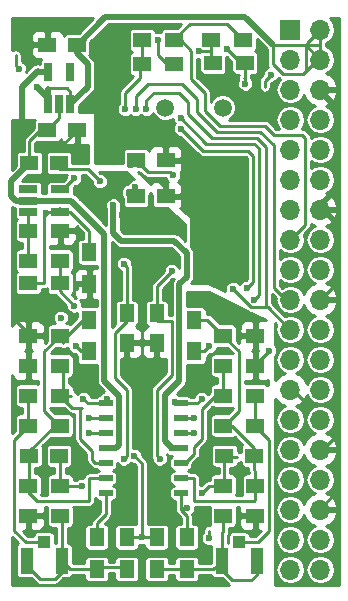
<source format=gtl>
G04 #@! TF.FileFunction,Copper,L1,Top,Signal*
%FSLAX46Y46*%
G04 Gerber Fmt 4.6, Leading zero omitted, Abs format (unit mm)*
G04 Created by KiCad (PCBNEW 4.0.6) date 08/04/17 15:07:46*
%MOMM*%
%LPD*%
G01*
G04 APERTURE LIST*
%ADD10C,0.100000*%
%ADD11R,1.143000X0.508000*%
%ADD12R,1.250000X1.500000*%
%ADD13R,1.300000X1.500000*%
%ADD14C,1.500000*%
%ADD15R,1.500000X1.250000*%
%ADD16R,1.560000X0.650000*%
%ADD17R,1.500000X1.300000*%
%ADD18R,1.100000X2.250000*%
%ADD19R,1.050000X1.100000*%
%ADD20R,0.650000X1.560000*%
%ADD21R,1.700000X1.700000*%
%ADD22O,1.700000X1.700000*%
%ADD23C,0.600000*%
%ADD24C,0.250000*%
%ADD25C,0.500000*%
%ADD26C,0.254000*%
G04 APERTURE END LIST*
D10*
D11*
X160782000Y-135255000D03*
X160782000Y-133985000D03*
X160782000Y-132715000D03*
X160782000Y-131445000D03*
X160782000Y-130175000D03*
X160782000Y-128905000D03*
X160782000Y-127635000D03*
X154432000Y-127635000D03*
X154432000Y-128905000D03*
X154432000Y-131445000D03*
X154432000Y-132715000D03*
X154432000Y-133985000D03*
X154432000Y-135255000D03*
X154432000Y-130175000D03*
D12*
X158750000Y-120035000D03*
X158750000Y-122535000D03*
D13*
X153035000Y-123270000D03*
X153035000Y-120570000D03*
D14*
X164338000Y-102616000D03*
X159458000Y-102616000D03*
D15*
X164485000Y-132080000D03*
X166985000Y-132080000D03*
D16*
X147875000Y-109540000D03*
X147875000Y-110490000D03*
X147875000Y-111440000D03*
X150575000Y-111440000D03*
X150575000Y-109540000D03*
D17*
X164385000Y-127000000D03*
X167085000Y-127000000D03*
X164385000Y-121920000D03*
X167085000Y-121920000D03*
X167085000Y-134620000D03*
X164385000Y-134620000D03*
D13*
X156210000Y-138985000D03*
X156210000Y-141685000D03*
D17*
X167085000Y-137160000D03*
X164385000Y-137160000D03*
D13*
X161290000Y-138985000D03*
X161290000Y-141685000D03*
D15*
X150475000Y-132080000D03*
X147975000Y-132080000D03*
D12*
X156210000Y-120035000D03*
X156210000Y-122535000D03*
D15*
X151999000Y-104521000D03*
X149499000Y-104521000D03*
X151999000Y-97282000D03*
X149499000Y-97282000D03*
X159492000Y-107061000D03*
X156992000Y-107061000D03*
X147975000Y-107315000D03*
X150475000Y-107315000D03*
X156992000Y-110109000D03*
X159492000Y-110109000D03*
D18*
X167210000Y-140970000D03*
X164260000Y-140970000D03*
D19*
X165735000Y-139420000D03*
D18*
X150700000Y-140970000D03*
X147750000Y-140970000D03*
D19*
X149225000Y-139420000D03*
D13*
X161925000Y-123270000D03*
X161925000Y-120570000D03*
D17*
X150575000Y-121920000D03*
X147875000Y-121920000D03*
X147875000Y-134620000D03*
X150575000Y-134620000D03*
X164385000Y-129540000D03*
X167085000Y-129540000D03*
X150575000Y-129540000D03*
X147875000Y-129540000D03*
X150575000Y-127000000D03*
X147875000Y-127000000D03*
X167085000Y-124460000D03*
X164385000Y-124460000D03*
X147875000Y-124460000D03*
X150575000Y-124460000D03*
D13*
X153670000Y-138985000D03*
X153670000Y-141685000D03*
X158750000Y-138985000D03*
X158750000Y-141685000D03*
D17*
X147875000Y-137160000D03*
X150575000Y-137160000D03*
D13*
X153035000Y-114855000D03*
X153035000Y-117555000D03*
D17*
X160227000Y-98933000D03*
X157527000Y-98933000D03*
X160227000Y-96901000D03*
X157527000Y-96901000D03*
X166196000Y-98806000D03*
X163496000Y-98806000D03*
X166069000Y-96901000D03*
X163369000Y-96901000D03*
X147875000Y-117475000D03*
X150575000Y-117475000D03*
X147875000Y-115570000D03*
X150575000Y-115570000D03*
X150575000Y-113030000D03*
X147875000Y-113030000D03*
D20*
X149545000Y-102315000D03*
X150495000Y-102315000D03*
X151445000Y-102315000D03*
X151445000Y-99615000D03*
X149545000Y-99615000D03*
D21*
X170053000Y-96012000D03*
D22*
X172593000Y-96012000D03*
X170053000Y-98552000D03*
X172593000Y-98552000D03*
X170053000Y-101092000D03*
X172593000Y-101092000D03*
X170053000Y-103632000D03*
X172593000Y-103632000D03*
X170053000Y-106172000D03*
X172593000Y-106172000D03*
X170053000Y-108712000D03*
X172593000Y-108712000D03*
X170053000Y-111252000D03*
X172593000Y-111252000D03*
X170053000Y-113792000D03*
X172593000Y-113792000D03*
X170053000Y-116332000D03*
X172593000Y-116332000D03*
X170053000Y-118872000D03*
X172593000Y-118872000D03*
X170053000Y-121412000D03*
X172593000Y-121412000D03*
X170053000Y-123952000D03*
X172593000Y-123952000D03*
X170053000Y-126492000D03*
X172593000Y-126492000D03*
X170053000Y-129032000D03*
X172593000Y-129032000D03*
X170053000Y-131572000D03*
X172593000Y-131572000D03*
X170053000Y-134112000D03*
X172593000Y-134112000D03*
X170053000Y-136652000D03*
X172593000Y-136652000D03*
X170053000Y-139192000D03*
X172593000Y-139192000D03*
X170053000Y-141732000D03*
X172593000Y-141732000D03*
D23*
X150622000Y-120396000D03*
X163195000Y-139065000D03*
X168402000Y-99822000D03*
X147066000Y-99314000D03*
X162560000Y-135255000D03*
X161290000Y-136525000D03*
X160274000Y-127508000D03*
X162560000Y-127254000D03*
X163195000Y-122809000D03*
X161925000Y-128905000D03*
X154559000Y-127254000D03*
X152527000Y-127254000D03*
X151892000Y-122809000D03*
X153035000Y-128905000D03*
X154432000Y-135255000D03*
X152400000Y-134620000D03*
X155067000Y-110896400D03*
X157505400Y-109778800D03*
X156362400Y-109829600D03*
X156946600Y-109347000D03*
X151765000Y-108585000D03*
X160020000Y-131445000D03*
X162306000Y-99949000D03*
X164846000Y-100584000D03*
X150495000Y-102315000D03*
X159492000Y-109352400D03*
X158851600Y-108788200D03*
X159131000Y-107188000D03*
X166116000Y-107442000D03*
X155702000Y-97282000D03*
X153670000Y-97282000D03*
X156210000Y-99060000D03*
X160020000Y-107188000D03*
X156845000Y-132080000D03*
X157480000Y-138985000D03*
X154940000Y-131445000D03*
X149499000Y-97282000D03*
X149499000Y-104521000D03*
X160020000Y-116459000D03*
X159004000Y-132334000D03*
X162560000Y-133477000D03*
X147875000Y-121920000D03*
X146812000Y-120650000D03*
X150876000Y-105664000D03*
X147066000Y-104775000D03*
X160655000Y-113030000D03*
X155829000Y-111683800D03*
X160020000Y-140335000D03*
X154940000Y-140462000D03*
X153035000Y-125476000D03*
X149225000Y-137160000D03*
X159893000Y-117983000D03*
X157480000Y-117856000D03*
X167085000Y-137160000D03*
X147875000Y-137160000D03*
X152654000Y-132969000D03*
X149225000Y-133350000D03*
X158750000Y-124206000D03*
X155956000Y-124206000D03*
X152400000Y-106426000D03*
X152146000Y-113284000D03*
X152400000Y-110236000D03*
X152908000Y-108712000D03*
X155575000Y-116840000D03*
X168275000Y-123190000D03*
X165735000Y-121285000D03*
X151892000Y-117856000D03*
X161925000Y-125730000D03*
X165735000Y-133350000D03*
X155956000Y-132334000D03*
X155956000Y-115824000D03*
X148590000Y-100838000D03*
X157353000Y-107442000D03*
X156591000Y-106807000D03*
X156591000Y-107442000D03*
X157353000Y-106807000D03*
X160147000Y-108331000D03*
X153924000Y-108839000D03*
X147875000Y-109540000D03*
X149352000Y-111506000D03*
X166243000Y-100584000D03*
X158877000Y-96901000D03*
X164719000Y-97663000D03*
X156972000Y-102743000D03*
X165227000Y-117983000D03*
X157861000Y-102743000D03*
X167005000Y-118872000D03*
X160782000Y-103505000D03*
X166370000Y-117856000D03*
X160782000Y-104394000D03*
X151765000Y-119380000D03*
X161925000Y-130175000D03*
X153035000Y-130175000D03*
X156083000Y-102743000D03*
X162306000Y-97790000D03*
D24*
X150542000Y-120316000D02*
X150622000Y-120396000D01*
X163195000Y-139065000D02*
X163195000Y-138430000D01*
X167894000Y-100838000D02*
X167894000Y-100330000D01*
X167894000Y-100330000D02*
X168402000Y-99822000D01*
X146812000Y-98171000D02*
X146812000Y-99060000D01*
X146812000Y-99060000D02*
X147066000Y-99314000D01*
X164485000Y-132080000D02*
X164485000Y-134520000D01*
X164485000Y-134520000D02*
X164385000Y-134620000D01*
X164385000Y-134620000D02*
X163195000Y-134620000D01*
X163195000Y-134620000D02*
X162560000Y-135255000D01*
X164385000Y-134620000D02*
X164385000Y-134700000D01*
X160782000Y-136525000D02*
X161290000Y-136525000D01*
X164385000Y-134620000D02*
X163830000Y-134620000D01*
X160782000Y-135255000D02*
X160782000Y-136525000D01*
X160782000Y-136525000D02*
X160782000Y-136652000D01*
X161290000Y-137160000D02*
X161290000Y-138985000D01*
X160782000Y-136652000D02*
X161290000Y-137160000D01*
X165227000Y-132207000D02*
X165561000Y-132207000D01*
X166985000Y-132080000D02*
X166985000Y-131425000D01*
X166985000Y-131425000D02*
X165100000Y-129540000D01*
X165100000Y-129540000D02*
X164385000Y-129540000D01*
X161925000Y-120570000D02*
X163035000Y-120570000D01*
X163035000Y-120570000D02*
X164385000Y-121920000D01*
X164385000Y-129540000D02*
X164465000Y-129540000D01*
X164465000Y-129540000D02*
X165735000Y-128270000D01*
X165735000Y-123270000D02*
X164385000Y-121920000D01*
X165735000Y-128270000D02*
X165735000Y-123270000D01*
X166985000Y-132080000D02*
X166925000Y-132080000D01*
X160782000Y-133985000D02*
X161925000Y-133985000D01*
X167085000Y-135810000D02*
X167085000Y-134620000D01*
X167005000Y-135890000D02*
X167085000Y-135810000D01*
X161925000Y-135890000D02*
X167005000Y-135890000D01*
X161925000Y-133985000D02*
X161925000Y-135890000D01*
X166985000Y-132080000D02*
X166985000Y-133330000D01*
X166985000Y-133330000D02*
X167085000Y-133430000D01*
X167085000Y-133430000D02*
X167085000Y-134620000D01*
X160274000Y-127508000D02*
X160401000Y-127635000D01*
X160401000Y-127635000D02*
X160782000Y-127635000D01*
X162179000Y-127635000D02*
X160782000Y-127635000D01*
X162560000Y-127254000D02*
X162179000Y-127635000D01*
X161290000Y-127635000D02*
X160782000Y-127635000D01*
X161925000Y-123270000D02*
X162734000Y-123270000D01*
X162734000Y-123270000D02*
X163195000Y-122809000D01*
X161925000Y-128905000D02*
X160782000Y-128905000D01*
X154432000Y-127635000D02*
X154432000Y-127381000D01*
X154432000Y-127381000D02*
X154559000Y-127254000D01*
X154432000Y-127635000D02*
X152908000Y-127635000D01*
X152908000Y-127635000D02*
X152527000Y-127254000D01*
X153035000Y-123270000D02*
X152353000Y-123270000D01*
X152353000Y-123270000D02*
X151892000Y-122809000D01*
X154432000Y-128905000D02*
X153035000Y-128905000D01*
X150575000Y-134620000D02*
X152400000Y-134620000D01*
X150575000Y-134620000D02*
X151130000Y-134620000D01*
X154432000Y-135255000D02*
X154432000Y-135890000D01*
X154432000Y-135890000D02*
X154432000Y-137033000D01*
X153670000Y-137795000D02*
X153670000Y-138985000D01*
X154432000Y-137033000D02*
X153670000Y-137795000D01*
X150575000Y-134620000D02*
X150575000Y-132180000D01*
X150575000Y-132180000D02*
X150475000Y-132080000D01*
X147975000Y-132080000D02*
X147975000Y-131679000D01*
X147975000Y-131679000D02*
X150114000Y-129540000D01*
X150114000Y-129540000D02*
X150575000Y-129540000D01*
X154432000Y-133985000D02*
X153035000Y-133985000D01*
X148590000Y-135890000D02*
X147875000Y-135175000D01*
X153035000Y-135890000D02*
X148590000Y-135890000D01*
X153035000Y-133985000D02*
X153035000Y-135890000D01*
X147875000Y-135175000D02*
X147875000Y-134620000D01*
X150575000Y-121920000D02*
X151130000Y-121920000D01*
X151130000Y-121920000D02*
X152480000Y-120570000D01*
X152480000Y-120570000D02*
X153035000Y-120570000D01*
X147875000Y-134620000D02*
X147955000Y-134620000D01*
X150575000Y-129540000D02*
X150495000Y-129540000D01*
X150495000Y-129540000D02*
X149225000Y-128270000D01*
X149225000Y-123270000D02*
X150575000Y-121920000D01*
X149225000Y-128270000D02*
X149225000Y-123270000D01*
X147975000Y-132080000D02*
X147975000Y-134520000D01*
X147975000Y-134520000D02*
X147875000Y-134620000D01*
X150575000Y-129540000D02*
X150515000Y-129540000D01*
X150829000Y-122555000D02*
X150829000Y-122221000D01*
D25*
X160020000Y-131445000D02*
X160020000Y-131419600D01*
X155067000Y-113207800D02*
X155067000Y-110896400D01*
X155752800Y-113893600D02*
X155067000Y-113207800D01*
X160248600Y-113893600D02*
X155752800Y-113893600D01*
X161290000Y-114935000D02*
X160248600Y-113893600D01*
X161290000Y-116941600D02*
X161290000Y-114935000D01*
X160655000Y-117576600D02*
X161290000Y-116941600D01*
X160655000Y-125755400D02*
X160655000Y-117576600D01*
X159435800Y-126974600D02*
X160655000Y-125755400D01*
X159435800Y-130835400D02*
X159435800Y-126974600D01*
X160020000Y-131419600D02*
X159435800Y-130835400D01*
D24*
X157505400Y-109778800D02*
X157175200Y-110109000D01*
X157175200Y-110109000D02*
X156992000Y-110109000D01*
X156362400Y-109829600D02*
X156641800Y-110109000D01*
X156641800Y-110109000D02*
X156992000Y-110109000D01*
X156992000Y-109392400D02*
X156992000Y-110109000D01*
X156946600Y-109347000D02*
X156992000Y-109392400D01*
D25*
X156972000Y-110089000D02*
X156992000Y-110109000D01*
X156972000Y-110089000D02*
X156992000Y-110109000D01*
X156718000Y-110109000D02*
X156992000Y-110109000D01*
X156464000Y-109855000D02*
X156718000Y-110109000D01*
D24*
X151765000Y-108585000D02*
X150810000Y-109540000D01*
X150810000Y-109540000D02*
X150575000Y-109540000D01*
X160020000Y-131445000D02*
X160782000Y-131445000D01*
X156865000Y-110236000D02*
X156992000Y-110109000D01*
X164211000Y-99949000D02*
X162306000Y-99949000D01*
X164846000Y-100584000D02*
X164211000Y-99949000D01*
X172593000Y-111252000D02*
X172593000Y-111575002D01*
D25*
X172593000Y-111252000D02*
X172847000Y-111252000D01*
X172847000Y-111252000D02*
X173990000Y-112395000D01*
X172593000Y-111252000D02*
X172593000Y-110871000D01*
X172593000Y-110871000D02*
X173990000Y-109474000D01*
X172593000Y-101092000D02*
X172593000Y-101219000D01*
X172593000Y-101219000D02*
X173990000Y-102616000D01*
X147875000Y-110490000D02*
X151511000Y-110490000D01*
X155321000Y-131445000D02*
X154432000Y-131445000D01*
X155575000Y-131191000D02*
X155321000Y-131445000D01*
X155575000Y-127000000D02*
X155575000Y-131191000D01*
X154305000Y-125730000D02*
X155575000Y-127000000D01*
X154305000Y-113284000D02*
X154305000Y-125730000D01*
X151511000Y-110490000D02*
X154305000Y-113284000D01*
X147875000Y-110490000D02*
X146812000Y-110490000D01*
X146812000Y-110490000D02*
X146431000Y-110109000D01*
X146431000Y-110109000D02*
X146431000Y-108859000D01*
X146431000Y-108859000D02*
X147975000Y-107315000D01*
D24*
X146431000Y-108859000D02*
X147975000Y-107315000D01*
X146431000Y-110109000D02*
X146431000Y-108859000D01*
X146812000Y-110490000D02*
X146431000Y-110109000D01*
X159492000Y-110109000D02*
X159492000Y-109352400D01*
X159512000Y-109372400D02*
X159435800Y-109372400D01*
X159435800Y-109372400D02*
X158851600Y-108788200D01*
X159512000Y-109372400D02*
X159492000Y-109352400D01*
D25*
X159131000Y-107188000D02*
X159258000Y-107061000D01*
X159258000Y-107061000D02*
X159492000Y-107061000D01*
D24*
X155702000Y-98552000D02*
X156210000Y-99060000D01*
X155702000Y-98552000D02*
X155702000Y-97282000D01*
X155702000Y-97282000D02*
X153670000Y-97282000D01*
X147975000Y-107315000D02*
X147975000Y-105430000D01*
X147975000Y-105430000D02*
X148884000Y-104521000D01*
X148884000Y-104521000D02*
X149499000Y-104521000D01*
X160020000Y-107188000D02*
X159893000Y-107061000D01*
X159893000Y-107061000D02*
X159492000Y-107061000D01*
X157480000Y-132715000D02*
X157480000Y-138985000D01*
X156845000Y-132080000D02*
X157480000Y-132715000D01*
X156210000Y-138985000D02*
X157480000Y-138985000D01*
X157480000Y-138985000D02*
X158750000Y-138985000D01*
X154432000Y-131445000D02*
X154940000Y-131445000D01*
X172593000Y-101219000D02*
X173990000Y-102616000D01*
X173990000Y-102616000D02*
X173990000Y-108712000D01*
X172593000Y-110871000D02*
X173990000Y-109474000D01*
X173990000Y-109474000D02*
X173990000Y-108712000D01*
X172593000Y-136652000D02*
X172593000Y-136525000D01*
X172593000Y-136525000D02*
X173990000Y-135128000D01*
X173990000Y-135128000D02*
X173990000Y-129667000D01*
X172593000Y-131572000D02*
X172720000Y-131572000D01*
X172720000Y-131572000D02*
X173990000Y-130302000D01*
X173990000Y-130302000D02*
X173990000Y-129667000D01*
X173990000Y-129667000D02*
X173990000Y-126746000D01*
X170053000Y-126492000D02*
X170307000Y-126492000D01*
X170307000Y-126492000D02*
X171577000Y-127762000D01*
X171577000Y-127762000D02*
X173482000Y-127762000D01*
X173482000Y-127762000D02*
X173990000Y-127254000D01*
X173990000Y-127254000D02*
X173990000Y-126746000D01*
X173990000Y-126746000D02*
X173990000Y-117348000D01*
X172847000Y-111252000D02*
X173990000Y-112395000D01*
X173990000Y-112395000D02*
X173990000Y-117348000D01*
X173990000Y-117348000D02*
X173990000Y-117475000D01*
X173990000Y-117475000D02*
X172593000Y-118872000D01*
X155956000Y-138477000D02*
X156337000Y-138858000D01*
X150495000Y-102188000D02*
X150495000Y-103525000D01*
X150495000Y-103525000D02*
X149499000Y-104521000D01*
X150495000Y-102235000D02*
X150495000Y-102188000D01*
X158750000Y-117729000D02*
X158750000Y-120035000D01*
X160020000Y-116459000D02*
X158750000Y-117729000D01*
X160000000Y-120670000D02*
X158750000Y-120670000D01*
X160020000Y-120650000D02*
X160000000Y-120670000D01*
X160020000Y-125222000D02*
X160020000Y-120650000D01*
X158750000Y-126492000D02*
X160020000Y-125222000D01*
X158750000Y-132080000D02*
X158750000Y-126492000D01*
X159004000Y-132334000D02*
X158750000Y-132080000D01*
X162560000Y-133477000D02*
X162560000Y-132715000D01*
X146812000Y-120650000D02*
X147875000Y-121713000D01*
X147875000Y-121713000D02*
X147875000Y-121920000D01*
X151999000Y-104521000D02*
X151999000Y-104541000D01*
X151999000Y-104541000D02*
X150876000Y-105664000D01*
D25*
X147320000Y-103505000D02*
X147320000Y-104521000D01*
X147320000Y-104521000D02*
X147066000Y-104775000D01*
X151999000Y-104521000D02*
X151638000Y-104521000D01*
X149545000Y-99615000D02*
X148797000Y-99615000D01*
X148797000Y-99615000D02*
X148670000Y-99488000D01*
X148670000Y-99488000D02*
X147320000Y-100838000D01*
X147320000Y-100838000D02*
X147320000Y-103505000D01*
X147320000Y-103505000D02*
X147320000Y-104140000D01*
X160655000Y-113030000D02*
X157175200Y-113030000D01*
X157175200Y-113030000D02*
X155829000Y-111683800D01*
D24*
X147875000Y-137160000D02*
X149225000Y-137160000D01*
X157480000Y-117856000D02*
X157607000Y-117856000D01*
X152654000Y-131826000D02*
X152654000Y-132969000D01*
X151638000Y-130810000D02*
X152654000Y-131826000D01*
X149733000Y-130810000D02*
X151638000Y-130810000D01*
X149352000Y-131191000D02*
X149733000Y-130810000D01*
X149352000Y-133223000D02*
X149352000Y-131191000D01*
X149225000Y-133350000D02*
X149352000Y-133223000D01*
X158750000Y-122535000D02*
X158750000Y-124206000D01*
X156210000Y-122535000D02*
X156210000Y-123952000D01*
X156210000Y-123952000D02*
X155956000Y-124206000D01*
X147320000Y-104140000D02*
X147320000Y-100838000D01*
X148670000Y-99488000D02*
X149545000Y-99488000D01*
X147320000Y-100838000D02*
X148670000Y-99488000D01*
X151999000Y-104521000D02*
X151999000Y-106025000D01*
X151999000Y-106025000D02*
X152400000Y-106426000D01*
X152400000Y-110236000D02*
X152400000Y-109220000D01*
X151892000Y-113030000D02*
X152146000Y-113284000D01*
X150575000Y-113030000D02*
X151892000Y-113030000D01*
X152400000Y-109220000D02*
X152908000Y-108712000D01*
X167085000Y-124460000D02*
X167085000Y-124380000D01*
X167085000Y-124380000D02*
X168275000Y-123190000D01*
X152193000Y-117555000D02*
X151892000Y-117856000D01*
X152193000Y-117555000D02*
X153035000Y-117555000D01*
X155956000Y-132334000D02*
X156210000Y-132080000D01*
X156210000Y-132080000D02*
X156210000Y-126492000D01*
X156210000Y-126492000D02*
X155194000Y-125476000D01*
X155194000Y-125476000D02*
X155194000Y-121686000D01*
X155194000Y-121686000D02*
X156210000Y-120670000D01*
X156210000Y-116078000D02*
X156210000Y-120670000D01*
X155956000Y-115824000D02*
X156210000Y-116078000D01*
D25*
X149545000Y-102315000D02*
X149545000Y-101793000D01*
X149545000Y-101793000D02*
X148590000Y-100838000D01*
X149545000Y-101026000D02*
X149545000Y-102315000D01*
X151999000Y-97282000D02*
X151999000Y-98024000D01*
X151999000Y-98024000D02*
X152908000Y-98933000D01*
X152908000Y-98933000D02*
X152908000Y-100852000D01*
X152908000Y-100852000D02*
X151445000Y-102315000D01*
D24*
X171323000Y-97307400D02*
X171348400Y-97307400D01*
X171348400Y-97307400D02*
X172593000Y-98552000D01*
X168554400Y-97307400D02*
X171323000Y-97307400D01*
X171348400Y-97282000D02*
X171348400Y-97434400D01*
X171323000Y-97307400D02*
X171348400Y-97282000D01*
X171488100Y-97294700D02*
X171488100Y-97116900D01*
X171488100Y-97116900D02*
X172593000Y-96012000D01*
X172593000Y-98552000D02*
X172339000Y-98552000D01*
X172339000Y-98552000D02*
X171221400Y-99669600D01*
X168554400Y-97282000D02*
X168554400Y-97307400D01*
X168554400Y-97307400D02*
X168554400Y-98933000D01*
X171348400Y-97434400D02*
X171348400Y-97434400D01*
X171348400Y-97434400D02*
X171488100Y-97294700D01*
X171488100Y-97294700D02*
X171500800Y-97282000D01*
X171348400Y-99542600D02*
X171348400Y-97434400D01*
X171221400Y-99669600D02*
X171348400Y-99542600D01*
X171094400Y-99796600D02*
X171221400Y-99669600D01*
X169418000Y-99796600D02*
X171094400Y-99796600D01*
X168554400Y-98933000D02*
X169418000Y-99796600D01*
D25*
X166268400Y-94996000D02*
X168554400Y-97282000D01*
X151999000Y-97282000D02*
X152044400Y-97282000D01*
X152044400Y-97282000D02*
X154406600Y-94919800D01*
D24*
X171500800Y-97282000D02*
X172593000Y-97282000D01*
X166192200Y-94919800D02*
X166268400Y-94996000D01*
D25*
X154406600Y-94919800D02*
X166192200Y-94919800D01*
D24*
X172593000Y-98552000D02*
X172593000Y-97282000D01*
X172593000Y-97282000D02*
X172593000Y-96012000D01*
X149672000Y-102188000D02*
X149672000Y-101920000D01*
X149672000Y-101920000D02*
X148590000Y-100838000D01*
X149545000Y-101026000D02*
X149545000Y-102188000D01*
X149606000Y-100965000D02*
X149545000Y-101026000D01*
X151445000Y-101280000D02*
X151130000Y-100965000D01*
X151445000Y-102188000D02*
X151445000Y-101280000D01*
X151130000Y-100965000D02*
X149606000Y-100965000D01*
X152908000Y-100725000D02*
X151445000Y-102188000D01*
X152908000Y-98933000D02*
X152908000Y-100725000D01*
X151999000Y-98024000D02*
X152908000Y-98933000D01*
D25*
X157353000Y-107442000D02*
X156992000Y-107081000D01*
X156992000Y-107081000D02*
X156992000Y-107061000D01*
X156591000Y-107442000D02*
X156972000Y-107061000D01*
X156972000Y-107061000D02*
X156992000Y-107061000D01*
X157353000Y-106807000D02*
X157099000Y-107061000D01*
X157099000Y-107061000D02*
X156992000Y-107061000D01*
D24*
X158008000Y-108077000D02*
X156992000Y-107061000D01*
X160147000Y-108331000D02*
X159893000Y-108077000D01*
X159893000Y-108077000D02*
X158008000Y-108077000D01*
X150475000Y-107823000D02*
X152908000Y-107823000D01*
X152908000Y-107823000D02*
X153924000Y-108839000D01*
X149225000Y-111760000D02*
X149225000Y-111633000D01*
X149225000Y-111633000D02*
X149352000Y-111506000D01*
X153035000Y-114855000D02*
X153035000Y-113030000D01*
X151445000Y-111440000D02*
X150575000Y-111440000D01*
X153035000Y-113030000D02*
X151445000Y-111440000D01*
X150575000Y-111440000D02*
X150575000Y-111205000D01*
X150575000Y-111205000D02*
X150495000Y-111125000D01*
X147875000Y-117475000D02*
X149225000Y-117475000D01*
X149225000Y-117475000D02*
X149225000Y-111760000D01*
X149225000Y-111760000D02*
X149545000Y-111440000D01*
X149545000Y-111440000D02*
X150575000Y-111440000D01*
X152480000Y-114855000D02*
X153035000Y-114855000D01*
X164260000Y-140970000D02*
X164260000Y-141781000D01*
X164260000Y-141781000D02*
X165100000Y-142621000D01*
X167210000Y-142162000D02*
X167210000Y-140970000D01*
X166751000Y-142621000D02*
X167210000Y-142162000D01*
X165100000Y-142621000D02*
X166751000Y-142621000D01*
X164385000Y-137160000D02*
X164385000Y-138510000D01*
X164260000Y-138635000D02*
X164260000Y-140970000D01*
X164385000Y-138510000D02*
X164260000Y-138635000D01*
X161290000Y-141685000D02*
X163545000Y-141685000D01*
X163545000Y-141685000D02*
X164260000Y-140970000D01*
X158750000Y-141685000D02*
X161290000Y-141685000D01*
X165735000Y-139420000D02*
X167285000Y-139420000D01*
X168275000Y-130730000D02*
X167085000Y-129540000D01*
X168275000Y-138430000D02*
X168275000Y-130730000D01*
X167285000Y-139420000D02*
X168275000Y-138430000D01*
X167085000Y-127000000D02*
X167085000Y-129540000D01*
X147750000Y-140970000D02*
X147750000Y-141400000D01*
X147750000Y-141400000D02*
X148844000Y-142494000D01*
X148844000Y-142494000D02*
X150114000Y-142494000D01*
X150114000Y-142494000D02*
X150700000Y-141908000D01*
X150700000Y-141908000D02*
X150700000Y-140970000D01*
X150700000Y-140970000D02*
X150700000Y-137285000D01*
X150700000Y-137285000D02*
X150575000Y-137160000D01*
X153670000Y-141685000D02*
X151415000Y-141685000D01*
X151415000Y-141685000D02*
X150700000Y-140970000D01*
X154305000Y-141558000D02*
X156337000Y-141558000D01*
X147875000Y-129540000D02*
X147875000Y-127000000D01*
X149225000Y-139420000D02*
X147675000Y-139420000D01*
X146685000Y-130730000D02*
X147875000Y-129540000D01*
X146685000Y-138430000D02*
X146685000Y-130730000D01*
X147675000Y-139420000D02*
X146685000Y-138430000D01*
X170053000Y-113792000D02*
X171323000Y-112522000D01*
X161671000Y-97790000D02*
X160782000Y-96901000D01*
X161671000Y-100203000D02*
X161671000Y-97790000D01*
X162814000Y-101346000D02*
X161671000Y-100203000D01*
X162814000Y-102870000D02*
X162814000Y-101346000D01*
X164084000Y-104140000D02*
X162814000Y-102870000D01*
X167894000Y-104140000D02*
X164084000Y-104140000D01*
X168656000Y-104902000D02*
X167894000Y-104140000D01*
X171069000Y-104902000D02*
X168656000Y-104902000D01*
X171323000Y-105156000D02*
X171069000Y-104902000D01*
X171323000Y-112522000D02*
X171323000Y-105156000D01*
X160782000Y-96901000D02*
X160227000Y-96901000D01*
X170053000Y-113792000D02*
X170053000Y-113155602D01*
X170053000Y-113792000D02*
X170053000Y-113538000D01*
X160227000Y-96901000D02*
X160227000Y-96821000D01*
X160227000Y-96821000D02*
X161544000Y-95504000D01*
X161544000Y-95504000D02*
X164672000Y-95504000D01*
X164672000Y-95504000D02*
X166069000Y-96901000D01*
X166116000Y-100076000D02*
X166196000Y-100076000D01*
X166196000Y-100156000D02*
X166116000Y-100076000D01*
X166196000Y-100537000D02*
X166196000Y-100156000D01*
X166243000Y-100584000D02*
X166196000Y-100537000D01*
X172593000Y-113792000D02*
X172466000Y-113792000D01*
X166196000Y-98806000D02*
X166196000Y-100076000D01*
X166196000Y-98806000D02*
X165862000Y-98806000D01*
X165862000Y-98806000D02*
X164719000Y-97663000D01*
X158877000Y-98171000D02*
X159639000Y-98933000D01*
X158877000Y-96901000D02*
X158877000Y-98171000D01*
X159639000Y-98933000D02*
X160227000Y-98933000D01*
X166196000Y-98806000D02*
X165989000Y-98806000D01*
X160147000Y-98933000D02*
X160227000Y-98933000D01*
X170053000Y-118872000D02*
X169672000Y-118872000D01*
X169672000Y-118872000D02*
X168656000Y-117856000D01*
X168656000Y-117856000D02*
X168656000Y-106299000D01*
X168656000Y-106426000D02*
X168656000Y-105791000D01*
X156972000Y-102743000D02*
X156972000Y-101600000D01*
X156972000Y-101600000D02*
X157988000Y-100584000D01*
X157988000Y-100584000D02*
X160909000Y-100584000D01*
X160909000Y-100584000D02*
X162179000Y-101854000D01*
X162179000Y-101854000D02*
X162179000Y-102997000D01*
X162179000Y-102997000D02*
X163830000Y-104648000D01*
X163830000Y-104648000D02*
X167513000Y-104648000D01*
X167513000Y-104648000D02*
X168656000Y-105791000D01*
X168656000Y-106299000D02*
X168656000Y-106426000D01*
X168148000Y-119507000D02*
X166751000Y-119507000D01*
X166751000Y-119507000D02*
X165227000Y-117983000D01*
X170053000Y-121412000D02*
X170053000Y-121158000D01*
X168021000Y-119380000D02*
X168148000Y-119507000D01*
X168148000Y-119507000D02*
X170053000Y-121412000D01*
X168021000Y-105918000D02*
X168021000Y-119380000D01*
X167259000Y-105156000D02*
X168021000Y-105918000D01*
X163449000Y-105156000D02*
X167259000Y-105156000D01*
X161417000Y-103124000D02*
X163449000Y-105156000D01*
X161417000Y-102108000D02*
X161417000Y-103124000D01*
X160655000Y-101346000D02*
X161417000Y-102108000D01*
X159639000Y-101346000D02*
X160655000Y-101346000D01*
X158496000Y-101346000D02*
X159639000Y-101346000D01*
X157861000Y-101981000D02*
X158496000Y-101346000D01*
X157861000Y-102743000D02*
X157861000Y-101981000D01*
X167386000Y-114046000D02*
X167386000Y-118491000D01*
X167386000Y-118491000D02*
X167005000Y-118872000D01*
X167386000Y-106045000D02*
X167386000Y-114046000D01*
X167386000Y-114046000D02*
X167386000Y-114173000D01*
X167005000Y-105664000D02*
X167386000Y-106045000D01*
X162941000Y-105664000D02*
X167005000Y-105664000D01*
X160782000Y-103505000D02*
X162941000Y-105664000D01*
X166370000Y-117856000D02*
X166878000Y-117348000D01*
X166878000Y-117348000D02*
X166878000Y-106680000D01*
X166497000Y-106299000D02*
X166878000Y-106680000D01*
X162687000Y-106299000D02*
X166497000Y-106299000D01*
X160782000Y-104394000D02*
X162687000Y-106299000D01*
X150575000Y-118190000D02*
X150575000Y-117475000D01*
X151765000Y-119380000D02*
X150575000Y-118190000D01*
X150575000Y-117475000D02*
X150575000Y-117809000D01*
X150575000Y-118063000D02*
X150575000Y-117475000D01*
X150575000Y-117475000D02*
X150575000Y-115570000D01*
X163703000Y-127000000D02*
X164385000Y-127000000D01*
X162560000Y-128143000D02*
X163703000Y-127000000D01*
X162560000Y-130683000D02*
X162560000Y-128143000D01*
X161925000Y-131318000D02*
X162560000Y-130683000D01*
X161925000Y-131953000D02*
X161925000Y-131318000D01*
X161163000Y-132715000D02*
X161925000Y-131953000D01*
X160782000Y-132715000D02*
X161163000Y-132715000D01*
X164385000Y-124460000D02*
X164385000Y-127000000D01*
X160782000Y-132715000D02*
X161290000Y-132715000D01*
X161925000Y-130175000D02*
X160782000Y-130175000D01*
X161290000Y-130175000D02*
X160782000Y-130175000D01*
X154432000Y-130175000D02*
X153035000Y-130175000D01*
X150575000Y-127000000D02*
X151511000Y-127000000D01*
X151511000Y-127000000D02*
X150575000Y-127000000D01*
X150575000Y-127000000D02*
X151591000Y-128016000D01*
X151591000Y-128016000D02*
X152400000Y-128016000D01*
X152400000Y-128016000D02*
X152273000Y-128143000D01*
X152273000Y-128143000D02*
X152273000Y-130683000D01*
X152273000Y-130683000D02*
X153289000Y-131699000D01*
X153289000Y-131699000D02*
X153289000Y-132461000D01*
X153289000Y-132461000D02*
X153543000Y-132715000D01*
X153543000Y-132715000D02*
X154432000Y-132715000D01*
X150829000Y-124587000D02*
X150829000Y-126619000D01*
X156083000Y-102743000D02*
X156083000Y-101346000D01*
X156083000Y-101346000D02*
X157353000Y-100076000D01*
X157527000Y-98933000D02*
X157527000Y-96901000D01*
X157353000Y-100076000D02*
X157353000Y-99107000D01*
X157353000Y-99107000D02*
X157527000Y-98933000D01*
X162306000Y-97790000D02*
X163369000Y-97790000D01*
X163369000Y-97790000D02*
X163322000Y-97790000D01*
X163322000Y-97790000D02*
X163369000Y-97790000D01*
X163369000Y-96901000D02*
X163369000Y-97790000D01*
X163369000Y-97790000D02*
X163369000Y-98679000D01*
X163369000Y-98679000D02*
X163496000Y-98806000D01*
X147875000Y-113030000D02*
X147875000Y-111440000D01*
X147875000Y-115570000D02*
X147875000Y-113030000D01*
D26*
G36*
X155306616Y-114339785D02*
X155511327Y-114476568D01*
X155752800Y-114524600D01*
X159987232Y-114524600D01*
X160659000Y-115196368D01*
X160659000Y-116222201D01*
X160597661Y-116073748D01*
X160406259Y-115882013D01*
X160156054Y-115778118D01*
X159885135Y-115777882D01*
X159634748Y-115881339D01*
X159443013Y-116072741D01*
X159339118Y-116322946D01*
X159339030Y-116424378D01*
X158392204Y-117371204D01*
X158282517Y-117535362D01*
X158244000Y-117729000D01*
X158244000Y-118896536D01*
X158125000Y-118896536D01*
X157983810Y-118923103D01*
X157854135Y-119006546D01*
X157767141Y-119133866D01*
X157736536Y-119285000D01*
X157736536Y-120785000D01*
X157763103Y-120926190D01*
X157846546Y-121055865D01*
X157973866Y-121142859D01*
X158009130Y-121150000D01*
X157998690Y-121150000D01*
X157765301Y-121246673D01*
X157586673Y-121425302D01*
X157490000Y-121658691D01*
X157490000Y-122249250D01*
X157648750Y-122408000D01*
X158623000Y-122408000D01*
X158623000Y-122388000D01*
X158877000Y-122388000D01*
X158877000Y-122408000D01*
X158897000Y-122408000D01*
X158897000Y-122662000D01*
X158877000Y-122662000D01*
X158877000Y-123761250D01*
X159035750Y-123920000D01*
X159501310Y-123920000D01*
X159514000Y-123914744D01*
X159514000Y-125012408D01*
X158392204Y-126134204D01*
X158282517Y-126298362D01*
X158244000Y-126492000D01*
X158244000Y-132080000D01*
X158282517Y-132273638D01*
X158322999Y-132334224D01*
X158322882Y-132468865D01*
X158426339Y-132719252D01*
X158617741Y-132910987D01*
X158867946Y-133014882D01*
X159138865Y-133015118D01*
X159389252Y-132911661D01*
X159580987Y-132720259D01*
X159684882Y-132470054D01*
X159685118Y-132199135D01*
X159596514Y-131984695D01*
X159633741Y-132021987D01*
X159883946Y-132125882D01*
X160027500Y-132126007D01*
X159939635Y-132182546D01*
X159852641Y-132309866D01*
X159822036Y-132461000D01*
X159822036Y-132969000D01*
X159848603Y-133110190D01*
X159932046Y-133239865D01*
X160059366Y-133326859D01*
X160172288Y-133349726D01*
X160069310Y-133369103D01*
X159939635Y-133452546D01*
X159852641Y-133579866D01*
X159822036Y-133731000D01*
X159822036Y-134239000D01*
X159848603Y-134380190D01*
X159932046Y-134509865D01*
X160059366Y-134596859D01*
X160172288Y-134619726D01*
X160069310Y-134639103D01*
X159939635Y-134722546D01*
X159852641Y-134849866D01*
X159822036Y-135001000D01*
X159822036Y-135509000D01*
X159848603Y-135650190D01*
X159932046Y-135779865D01*
X160059366Y-135866859D01*
X160210500Y-135897464D01*
X160276000Y-135897464D01*
X160276000Y-136652000D01*
X160314517Y-136845638D01*
X160424204Y-137009796D01*
X160784000Y-137369592D01*
X160784000Y-137846536D01*
X160640000Y-137846536D01*
X160498810Y-137873103D01*
X160369135Y-137956546D01*
X160282141Y-138083866D01*
X160251536Y-138235000D01*
X160251536Y-139735000D01*
X160278103Y-139876190D01*
X160361546Y-140005865D01*
X160488866Y-140092859D01*
X160640000Y-140123464D01*
X161940000Y-140123464D01*
X162081190Y-140096897D01*
X162210865Y-140013454D01*
X162297859Y-139886134D01*
X162328464Y-139735000D01*
X162328464Y-138235000D01*
X162301897Y-138093810D01*
X162218454Y-137964135D01*
X162091134Y-137877141D01*
X161940000Y-137846536D01*
X161796000Y-137846536D01*
X161796000Y-137160000D01*
X161766480Y-137011592D01*
X161866987Y-136911259D01*
X161970882Y-136661054D01*
X161971113Y-136396000D01*
X163269621Y-136396000D01*
X163246536Y-136510000D01*
X163246536Y-137810000D01*
X163270825Y-137939082D01*
X163195000Y-137924000D01*
X163001362Y-137962517D01*
X162837204Y-138072204D01*
X162727517Y-138236362D01*
X162689000Y-138430000D01*
X162689000Y-138607877D01*
X162618013Y-138678741D01*
X162514118Y-138928946D01*
X162513882Y-139199865D01*
X162617339Y-139450252D01*
X162808741Y-139641987D01*
X163058946Y-139745882D01*
X163329865Y-139746118D01*
X163342628Y-139740845D01*
X163321536Y-139845000D01*
X163321536Y-141179000D01*
X162328464Y-141179000D01*
X162328464Y-140935000D01*
X162301897Y-140793810D01*
X162218454Y-140664135D01*
X162091134Y-140577141D01*
X161940000Y-140546536D01*
X160640000Y-140546536D01*
X160498810Y-140573103D01*
X160369135Y-140656546D01*
X160282141Y-140783866D01*
X160251536Y-140935000D01*
X160251536Y-141179000D01*
X159788464Y-141179000D01*
X159788464Y-140935000D01*
X159761897Y-140793810D01*
X159678454Y-140664135D01*
X159551134Y-140577141D01*
X159400000Y-140546536D01*
X158100000Y-140546536D01*
X157958810Y-140573103D01*
X157829135Y-140656546D01*
X157742141Y-140783866D01*
X157711536Y-140935000D01*
X157711536Y-142435000D01*
X157738103Y-142576190D01*
X157821546Y-142705865D01*
X157948866Y-142792859D01*
X158100000Y-142823464D01*
X159400000Y-142823464D01*
X159541190Y-142796897D01*
X159670865Y-142713454D01*
X159757859Y-142586134D01*
X159788464Y-142435000D01*
X159788464Y-142191000D01*
X160251536Y-142191000D01*
X160251536Y-142435000D01*
X160278103Y-142576190D01*
X160361546Y-142705865D01*
X160488866Y-142792859D01*
X160640000Y-142823464D01*
X161940000Y-142823464D01*
X162081190Y-142796897D01*
X162210865Y-142713454D01*
X162297859Y-142586134D01*
X162328464Y-142435000D01*
X162328464Y-142191000D01*
X163339600Y-142191000D01*
X163348103Y-142236190D01*
X163431546Y-142365865D01*
X163558866Y-142452859D01*
X163710000Y-142483464D01*
X164246872Y-142483464D01*
X164742204Y-142978796D01*
X164854755Y-143054000D01*
X146506000Y-143054000D01*
X146506000Y-138966592D01*
X147036723Y-139497315D01*
X146929135Y-139566546D01*
X146842141Y-139693866D01*
X146811536Y-139845000D01*
X146811536Y-142095000D01*
X146838103Y-142236190D01*
X146921546Y-142365865D01*
X147048866Y-142452859D01*
X147200000Y-142483464D01*
X148117872Y-142483464D01*
X148486204Y-142851796D01*
X148650362Y-142961483D01*
X148844000Y-143000000D01*
X150114000Y-143000000D01*
X150307638Y-142961483D01*
X150471796Y-142851796D01*
X150840128Y-142483464D01*
X151250000Y-142483464D01*
X151391190Y-142456897D01*
X151520865Y-142373454D01*
X151607859Y-142246134D01*
X151619024Y-142191000D01*
X152631536Y-142191000D01*
X152631536Y-142435000D01*
X152658103Y-142576190D01*
X152741546Y-142705865D01*
X152868866Y-142792859D01*
X153020000Y-142823464D01*
X154320000Y-142823464D01*
X154461190Y-142796897D01*
X154590865Y-142713454D01*
X154677859Y-142586134D01*
X154708464Y-142435000D01*
X154708464Y-142064000D01*
X155171536Y-142064000D01*
X155171536Y-142435000D01*
X155198103Y-142576190D01*
X155281546Y-142705865D01*
X155408866Y-142792859D01*
X155560000Y-142823464D01*
X156860000Y-142823464D01*
X157001190Y-142796897D01*
X157130865Y-142713454D01*
X157217859Y-142586134D01*
X157248464Y-142435000D01*
X157248464Y-140935000D01*
X157221897Y-140793810D01*
X157138454Y-140664135D01*
X157011134Y-140577141D01*
X156860000Y-140546536D01*
X155560000Y-140546536D01*
X155418810Y-140573103D01*
X155289135Y-140656546D01*
X155202141Y-140783866D01*
X155171536Y-140935000D01*
X155171536Y-141052000D01*
X154708464Y-141052000D01*
X154708464Y-140935000D01*
X154681897Y-140793810D01*
X154598454Y-140664135D01*
X154471134Y-140577141D01*
X154320000Y-140546536D01*
X153020000Y-140546536D01*
X152878810Y-140573103D01*
X152749135Y-140656546D01*
X152662141Y-140783866D01*
X152631536Y-140935000D01*
X152631536Y-141179000D01*
X151638464Y-141179000D01*
X151638464Y-139845000D01*
X151611897Y-139703810D01*
X151528454Y-139574135D01*
X151401134Y-139487141D01*
X151250000Y-139456536D01*
X151206000Y-139456536D01*
X151206000Y-138198464D01*
X151325000Y-138198464D01*
X151466190Y-138171897D01*
X151595865Y-138088454D01*
X151682859Y-137961134D01*
X151713464Y-137810000D01*
X151713464Y-136510000D01*
X151692013Y-136396000D01*
X153035000Y-136396000D01*
X153228638Y-136357483D01*
X153392796Y-136247796D01*
X153502483Y-136083638D01*
X153541000Y-135890000D01*
X153541000Y-135716077D01*
X153582046Y-135779865D01*
X153709366Y-135866859D01*
X153860500Y-135897464D01*
X153926000Y-135897464D01*
X153926000Y-136823408D01*
X153312204Y-137437204D01*
X153202517Y-137601362D01*
X153164000Y-137795000D01*
X153164000Y-137846536D01*
X153020000Y-137846536D01*
X152878810Y-137873103D01*
X152749135Y-137956546D01*
X152662141Y-138083866D01*
X152631536Y-138235000D01*
X152631536Y-139735000D01*
X152658103Y-139876190D01*
X152741546Y-140005865D01*
X152868866Y-140092859D01*
X153020000Y-140123464D01*
X154320000Y-140123464D01*
X154461190Y-140096897D01*
X154590865Y-140013454D01*
X154677859Y-139886134D01*
X154708464Y-139735000D01*
X154708464Y-138235000D01*
X154681897Y-138093810D01*
X154598454Y-137964135D01*
X154471134Y-137877141D01*
X154331689Y-137848903D01*
X154789796Y-137390796D01*
X154814625Y-137353637D01*
X154899483Y-137226638D01*
X154938000Y-137033000D01*
X154938000Y-135897464D01*
X155003500Y-135897464D01*
X155144690Y-135870897D01*
X155274365Y-135787454D01*
X155361359Y-135660134D01*
X155391964Y-135509000D01*
X155391964Y-135001000D01*
X155365397Y-134859810D01*
X155281954Y-134730135D01*
X155154634Y-134643141D01*
X155041712Y-134620274D01*
X155144690Y-134600897D01*
X155274365Y-134517454D01*
X155361359Y-134390134D01*
X155391964Y-134239000D01*
X155391964Y-133731000D01*
X155365397Y-133589810D01*
X155281954Y-133460135D01*
X155154634Y-133373141D01*
X155041712Y-133350274D01*
X155144690Y-133330897D01*
X155274365Y-133247454D01*
X155361359Y-133120134D01*
X155391964Y-132969000D01*
X155391964Y-132732901D01*
X155569741Y-132910987D01*
X155819946Y-133014882D01*
X156090865Y-133015118D01*
X156341252Y-132911661D01*
X156532987Y-132720259D01*
X156544477Y-132692588D01*
X156708946Y-132760882D01*
X156810378Y-132760970D01*
X156974000Y-132924592D01*
X156974000Y-137869621D01*
X156860000Y-137846536D01*
X155560000Y-137846536D01*
X155418810Y-137873103D01*
X155289135Y-137956546D01*
X155202141Y-138083866D01*
X155171536Y-138235000D01*
X155171536Y-139735000D01*
X155198103Y-139876190D01*
X155281546Y-140005865D01*
X155408866Y-140092859D01*
X155560000Y-140123464D01*
X156860000Y-140123464D01*
X157001190Y-140096897D01*
X157130865Y-140013454D01*
X157217859Y-139886134D01*
X157248464Y-139735000D01*
X157248464Y-139626234D01*
X157343946Y-139665882D01*
X157614865Y-139666118D01*
X157711536Y-139626175D01*
X157711536Y-139735000D01*
X157738103Y-139876190D01*
X157821546Y-140005865D01*
X157948866Y-140092859D01*
X158100000Y-140123464D01*
X159400000Y-140123464D01*
X159541190Y-140096897D01*
X159670865Y-140013454D01*
X159757859Y-139886134D01*
X159788464Y-139735000D01*
X159788464Y-138235000D01*
X159761897Y-138093810D01*
X159678454Y-137964135D01*
X159551134Y-137877141D01*
X159400000Y-137846536D01*
X158100000Y-137846536D01*
X157986000Y-137867987D01*
X157986000Y-132715000D01*
X157947483Y-132521362D01*
X157837796Y-132357204D01*
X157526031Y-132045439D01*
X157526118Y-131945135D01*
X157422661Y-131694748D01*
X157231259Y-131503013D01*
X156981054Y-131399118D01*
X156716000Y-131398887D01*
X156716000Y-126492000D01*
X156677483Y-126298362D01*
X156567796Y-126134204D01*
X155700000Y-125266408D01*
X155700000Y-123920000D01*
X155924250Y-123920000D01*
X156083000Y-123761250D01*
X156083000Y-122662000D01*
X156337000Y-122662000D01*
X156337000Y-123761250D01*
X156495750Y-123920000D01*
X156961310Y-123920000D01*
X157194699Y-123823327D01*
X157373327Y-123644698D01*
X157470000Y-123411309D01*
X157470000Y-122820750D01*
X157490000Y-122820750D01*
X157490000Y-123411309D01*
X157586673Y-123644698D01*
X157765301Y-123823327D01*
X157998690Y-123920000D01*
X158464250Y-123920000D01*
X158623000Y-123761250D01*
X158623000Y-122662000D01*
X157648750Y-122662000D01*
X157490000Y-122820750D01*
X157470000Y-122820750D01*
X157311250Y-122662000D01*
X156337000Y-122662000D01*
X156083000Y-122662000D01*
X156063000Y-122662000D01*
X156063000Y-122408000D01*
X156083000Y-122408000D01*
X156083000Y-122388000D01*
X156337000Y-122388000D01*
X156337000Y-122408000D01*
X157311250Y-122408000D01*
X157470000Y-122249250D01*
X157470000Y-121658691D01*
X157373327Y-121425302D01*
X157194699Y-121246673D01*
X156961310Y-121150000D01*
X156959699Y-121150000D01*
X156976190Y-121146897D01*
X157105865Y-121063454D01*
X157192859Y-120936134D01*
X157223464Y-120785000D01*
X157223464Y-119285000D01*
X157196897Y-119143810D01*
X157113454Y-119014135D01*
X156986134Y-118927141D01*
X156835000Y-118896536D01*
X156716000Y-118896536D01*
X156716000Y-116078000D01*
X156677483Y-115884362D01*
X156637001Y-115823776D01*
X156637118Y-115689135D01*
X156533661Y-115438748D01*
X156342259Y-115247013D01*
X156092054Y-115143118D01*
X155821135Y-115142882D01*
X155570748Y-115246339D01*
X155379013Y-115437741D01*
X155275118Y-115687946D01*
X155274882Y-115958865D01*
X155378339Y-116209252D01*
X155569741Y-116400987D01*
X155704000Y-116456737D01*
X155704000Y-118896536D01*
X155585000Y-118896536D01*
X155443810Y-118923103D01*
X155314135Y-119006546D01*
X155227141Y-119133866D01*
X155196536Y-119285000D01*
X155196536Y-120785000D01*
X155223103Y-120926190D01*
X155229021Y-120935387D01*
X154936000Y-121228408D01*
X154936000Y-113969168D01*
X155306616Y-114339785D01*
X155306616Y-114339785D01*
G37*
X155306616Y-114339785D02*
X155511327Y-114476568D01*
X155752800Y-114524600D01*
X159987232Y-114524600D01*
X160659000Y-115196368D01*
X160659000Y-116222201D01*
X160597661Y-116073748D01*
X160406259Y-115882013D01*
X160156054Y-115778118D01*
X159885135Y-115777882D01*
X159634748Y-115881339D01*
X159443013Y-116072741D01*
X159339118Y-116322946D01*
X159339030Y-116424378D01*
X158392204Y-117371204D01*
X158282517Y-117535362D01*
X158244000Y-117729000D01*
X158244000Y-118896536D01*
X158125000Y-118896536D01*
X157983810Y-118923103D01*
X157854135Y-119006546D01*
X157767141Y-119133866D01*
X157736536Y-119285000D01*
X157736536Y-120785000D01*
X157763103Y-120926190D01*
X157846546Y-121055865D01*
X157973866Y-121142859D01*
X158009130Y-121150000D01*
X157998690Y-121150000D01*
X157765301Y-121246673D01*
X157586673Y-121425302D01*
X157490000Y-121658691D01*
X157490000Y-122249250D01*
X157648750Y-122408000D01*
X158623000Y-122408000D01*
X158623000Y-122388000D01*
X158877000Y-122388000D01*
X158877000Y-122408000D01*
X158897000Y-122408000D01*
X158897000Y-122662000D01*
X158877000Y-122662000D01*
X158877000Y-123761250D01*
X159035750Y-123920000D01*
X159501310Y-123920000D01*
X159514000Y-123914744D01*
X159514000Y-125012408D01*
X158392204Y-126134204D01*
X158282517Y-126298362D01*
X158244000Y-126492000D01*
X158244000Y-132080000D01*
X158282517Y-132273638D01*
X158322999Y-132334224D01*
X158322882Y-132468865D01*
X158426339Y-132719252D01*
X158617741Y-132910987D01*
X158867946Y-133014882D01*
X159138865Y-133015118D01*
X159389252Y-132911661D01*
X159580987Y-132720259D01*
X159684882Y-132470054D01*
X159685118Y-132199135D01*
X159596514Y-131984695D01*
X159633741Y-132021987D01*
X159883946Y-132125882D01*
X160027500Y-132126007D01*
X159939635Y-132182546D01*
X159852641Y-132309866D01*
X159822036Y-132461000D01*
X159822036Y-132969000D01*
X159848603Y-133110190D01*
X159932046Y-133239865D01*
X160059366Y-133326859D01*
X160172288Y-133349726D01*
X160069310Y-133369103D01*
X159939635Y-133452546D01*
X159852641Y-133579866D01*
X159822036Y-133731000D01*
X159822036Y-134239000D01*
X159848603Y-134380190D01*
X159932046Y-134509865D01*
X160059366Y-134596859D01*
X160172288Y-134619726D01*
X160069310Y-134639103D01*
X159939635Y-134722546D01*
X159852641Y-134849866D01*
X159822036Y-135001000D01*
X159822036Y-135509000D01*
X159848603Y-135650190D01*
X159932046Y-135779865D01*
X160059366Y-135866859D01*
X160210500Y-135897464D01*
X160276000Y-135897464D01*
X160276000Y-136652000D01*
X160314517Y-136845638D01*
X160424204Y-137009796D01*
X160784000Y-137369592D01*
X160784000Y-137846536D01*
X160640000Y-137846536D01*
X160498810Y-137873103D01*
X160369135Y-137956546D01*
X160282141Y-138083866D01*
X160251536Y-138235000D01*
X160251536Y-139735000D01*
X160278103Y-139876190D01*
X160361546Y-140005865D01*
X160488866Y-140092859D01*
X160640000Y-140123464D01*
X161940000Y-140123464D01*
X162081190Y-140096897D01*
X162210865Y-140013454D01*
X162297859Y-139886134D01*
X162328464Y-139735000D01*
X162328464Y-138235000D01*
X162301897Y-138093810D01*
X162218454Y-137964135D01*
X162091134Y-137877141D01*
X161940000Y-137846536D01*
X161796000Y-137846536D01*
X161796000Y-137160000D01*
X161766480Y-137011592D01*
X161866987Y-136911259D01*
X161970882Y-136661054D01*
X161971113Y-136396000D01*
X163269621Y-136396000D01*
X163246536Y-136510000D01*
X163246536Y-137810000D01*
X163270825Y-137939082D01*
X163195000Y-137924000D01*
X163001362Y-137962517D01*
X162837204Y-138072204D01*
X162727517Y-138236362D01*
X162689000Y-138430000D01*
X162689000Y-138607877D01*
X162618013Y-138678741D01*
X162514118Y-138928946D01*
X162513882Y-139199865D01*
X162617339Y-139450252D01*
X162808741Y-139641987D01*
X163058946Y-139745882D01*
X163329865Y-139746118D01*
X163342628Y-139740845D01*
X163321536Y-139845000D01*
X163321536Y-141179000D01*
X162328464Y-141179000D01*
X162328464Y-140935000D01*
X162301897Y-140793810D01*
X162218454Y-140664135D01*
X162091134Y-140577141D01*
X161940000Y-140546536D01*
X160640000Y-140546536D01*
X160498810Y-140573103D01*
X160369135Y-140656546D01*
X160282141Y-140783866D01*
X160251536Y-140935000D01*
X160251536Y-141179000D01*
X159788464Y-141179000D01*
X159788464Y-140935000D01*
X159761897Y-140793810D01*
X159678454Y-140664135D01*
X159551134Y-140577141D01*
X159400000Y-140546536D01*
X158100000Y-140546536D01*
X157958810Y-140573103D01*
X157829135Y-140656546D01*
X157742141Y-140783866D01*
X157711536Y-140935000D01*
X157711536Y-142435000D01*
X157738103Y-142576190D01*
X157821546Y-142705865D01*
X157948866Y-142792859D01*
X158100000Y-142823464D01*
X159400000Y-142823464D01*
X159541190Y-142796897D01*
X159670865Y-142713454D01*
X159757859Y-142586134D01*
X159788464Y-142435000D01*
X159788464Y-142191000D01*
X160251536Y-142191000D01*
X160251536Y-142435000D01*
X160278103Y-142576190D01*
X160361546Y-142705865D01*
X160488866Y-142792859D01*
X160640000Y-142823464D01*
X161940000Y-142823464D01*
X162081190Y-142796897D01*
X162210865Y-142713454D01*
X162297859Y-142586134D01*
X162328464Y-142435000D01*
X162328464Y-142191000D01*
X163339600Y-142191000D01*
X163348103Y-142236190D01*
X163431546Y-142365865D01*
X163558866Y-142452859D01*
X163710000Y-142483464D01*
X164246872Y-142483464D01*
X164742204Y-142978796D01*
X164854755Y-143054000D01*
X146506000Y-143054000D01*
X146506000Y-138966592D01*
X147036723Y-139497315D01*
X146929135Y-139566546D01*
X146842141Y-139693866D01*
X146811536Y-139845000D01*
X146811536Y-142095000D01*
X146838103Y-142236190D01*
X146921546Y-142365865D01*
X147048866Y-142452859D01*
X147200000Y-142483464D01*
X148117872Y-142483464D01*
X148486204Y-142851796D01*
X148650362Y-142961483D01*
X148844000Y-143000000D01*
X150114000Y-143000000D01*
X150307638Y-142961483D01*
X150471796Y-142851796D01*
X150840128Y-142483464D01*
X151250000Y-142483464D01*
X151391190Y-142456897D01*
X151520865Y-142373454D01*
X151607859Y-142246134D01*
X151619024Y-142191000D01*
X152631536Y-142191000D01*
X152631536Y-142435000D01*
X152658103Y-142576190D01*
X152741546Y-142705865D01*
X152868866Y-142792859D01*
X153020000Y-142823464D01*
X154320000Y-142823464D01*
X154461190Y-142796897D01*
X154590865Y-142713454D01*
X154677859Y-142586134D01*
X154708464Y-142435000D01*
X154708464Y-142064000D01*
X155171536Y-142064000D01*
X155171536Y-142435000D01*
X155198103Y-142576190D01*
X155281546Y-142705865D01*
X155408866Y-142792859D01*
X155560000Y-142823464D01*
X156860000Y-142823464D01*
X157001190Y-142796897D01*
X157130865Y-142713454D01*
X157217859Y-142586134D01*
X157248464Y-142435000D01*
X157248464Y-140935000D01*
X157221897Y-140793810D01*
X157138454Y-140664135D01*
X157011134Y-140577141D01*
X156860000Y-140546536D01*
X155560000Y-140546536D01*
X155418810Y-140573103D01*
X155289135Y-140656546D01*
X155202141Y-140783866D01*
X155171536Y-140935000D01*
X155171536Y-141052000D01*
X154708464Y-141052000D01*
X154708464Y-140935000D01*
X154681897Y-140793810D01*
X154598454Y-140664135D01*
X154471134Y-140577141D01*
X154320000Y-140546536D01*
X153020000Y-140546536D01*
X152878810Y-140573103D01*
X152749135Y-140656546D01*
X152662141Y-140783866D01*
X152631536Y-140935000D01*
X152631536Y-141179000D01*
X151638464Y-141179000D01*
X151638464Y-139845000D01*
X151611897Y-139703810D01*
X151528454Y-139574135D01*
X151401134Y-139487141D01*
X151250000Y-139456536D01*
X151206000Y-139456536D01*
X151206000Y-138198464D01*
X151325000Y-138198464D01*
X151466190Y-138171897D01*
X151595865Y-138088454D01*
X151682859Y-137961134D01*
X151713464Y-137810000D01*
X151713464Y-136510000D01*
X151692013Y-136396000D01*
X153035000Y-136396000D01*
X153228638Y-136357483D01*
X153392796Y-136247796D01*
X153502483Y-136083638D01*
X153541000Y-135890000D01*
X153541000Y-135716077D01*
X153582046Y-135779865D01*
X153709366Y-135866859D01*
X153860500Y-135897464D01*
X153926000Y-135897464D01*
X153926000Y-136823408D01*
X153312204Y-137437204D01*
X153202517Y-137601362D01*
X153164000Y-137795000D01*
X153164000Y-137846536D01*
X153020000Y-137846536D01*
X152878810Y-137873103D01*
X152749135Y-137956546D01*
X152662141Y-138083866D01*
X152631536Y-138235000D01*
X152631536Y-139735000D01*
X152658103Y-139876190D01*
X152741546Y-140005865D01*
X152868866Y-140092859D01*
X153020000Y-140123464D01*
X154320000Y-140123464D01*
X154461190Y-140096897D01*
X154590865Y-140013454D01*
X154677859Y-139886134D01*
X154708464Y-139735000D01*
X154708464Y-138235000D01*
X154681897Y-138093810D01*
X154598454Y-137964135D01*
X154471134Y-137877141D01*
X154331689Y-137848903D01*
X154789796Y-137390796D01*
X154814625Y-137353637D01*
X154899483Y-137226638D01*
X154938000Y-137033000D01*
X154938000Y-135897464D01*
X155003500Y-135897464D01*
X155144690Y-135870897D01*
X155274365Y-135787454D01*
X155361359Y-135660134D01*
X155391964Y-135509000D01*
X155391964Y-135001000D01*
X155365397Y-134859810D01*
X155281954Y-134730135D01*
X155154634Y-134643141D01*
X155041712Y-134620274D01*
X155144690Y-134600897D01*
X155274365Y-134517454D01*
X155361359Y-134390134D01*
X155391964Y-134239000D01*
X155391964Y-133731000D01*
X155365397Y-133589810D01*
X155281954Y-133460135D01*
X155154634Y-133373141D01*
X155041712Y-133350274D01*
X155144690Y-133330897D01*
X155274365Y-133247454D01*
X155361359Y-133120134D01*
X155391964Y-132969000D01*
X155391964Y-132732901D01*
X155569741Y-132910987D01*
X155819946Y-133014882D01*
X156090865Y-133015118D01*
X156341252Y-132911661D01*
X156532987Y-132720259D01*
X156544477Y-132692588D01*
X156708946Y-132760882D01*
X156810378Y-132760970D01*
X156974000Y-132924592D01*
X156974000Y-137869621D01*
X156860000Y-137846536D01*
X155560000Y-137846536D01*
X155418810Y-137873103D01*
X155289135Y-137956546D01*
X155202141Y-138083866D01*
X155171536Y-138235000D01*
X155171536Y-139735000D01*
X155198103Y-139876190D01*
X155281546Y-140005865D01*
X155408866Y-140092859D01*
X155560000Y-140123464D01*
X156860000Y-140123464D01*
X157001190Y-140096897D01*
X157130865Y-140013454D01*
X157217859Y-139886134D01*
X157248464Y-139735000D01*
X157248464Y-139626234D01*
X157343946Y-139665882D01*
X157614865Y-139666118D01*
X157711536Y-139626175D01*
X157711536Y-139735000D01*
X157738103Y-139876190D01*
X157821546Y-140005865D01*
X157948866Y-140092859D01*
X158100000Y-140123464D01*
X159400000Y-140123464D01*
X159541190Y-140096897D01*
X159670865Y-140013454D01*
X159757859Y-139886134D01*
X159788464Y-139735000D01*
X159788464Y-138235000D01*
X159761897Y-138093810D01*
X159678454Y-137964135D01*
X159551134Y-137877141D01*
X159400000Y-137846536D01*
X158100000Y-137846536D01*
X157986000Y-137867987D01*
X157986000Y-132715000D01*
X157947483Y-132521362D01*
X157837796Y-132357204D01*
X157526031Y-132045439D01*
X157526118Y-131945135D01*
X157422661Y-131694748D01*
X157231259Y-131503013D01*
X156981054Y-131399118D01*
X156716000Y-131398887D01*
X156716000Y-126492000D01*
X156677483Y-126298362D01*
X156567796Y-126134204D01*
X155700000Y-125266408D01*
X155700000Y-123920000D01*
X155924250Y-123920000D01*
X156083000Y-123761250D01*
X156083000Y-122662000D01*
X156337000Y-122662000D01*
X156337000Y-123761250D01*
X156495750Y-123920000D01*
X156961310Y-123920000D01*
X157194699Y-123823327D01*
X157373327Y-123644698D01*
X157470000Y-123411309D01*
X157470000Y-122820750D01*
X157490000Y-122820750D01*
X157490000Y-123411309D01*
X157586673Y-123644698D01*
X157765301Y-123823327D01*
X157998690Y-123920000D01*
X158464250Y-123920000D01*
X158623000Y-123761250D01*
X158623000Y-122662000D01*
X157648750Y-122662000D01*
X157490000Y-122820750D01*
X157470000Y-122820750D01*
X157311250Y-122662000D01*
X156337000Y-122662000D01*
X156083000Y-122662000D01*
X156063000Y-122662000D01*
X156063000Y-122408000D01*
X156083000Y-122408000D01*
X156083000Y-122388000D01*
X156337000Y-122388000D01*
X156337000Y-122408000D01*
X157311250Y-122408000D01*
X157470000Y-122249250D01*
X157470000Y-121658691D01*
X157373327Y-121425302D01*
X157194699Y-121246673D01*
X156961310Y-121150000D01*
X156959699Y-121150000D01*
X156976190Y-121146897D01*
X157105865Y-121063454D01*
X157192859Y-120936134D01*
X157223464Y-120785000D01*
X157223464Y-119285000D01*
X157196897Y-119143810D01*
X157113454Y-119014135D01*
X156986134Y-118927141D01*
X156835000Y-118896536D01*
X156716000Y-118896536D01*
X156716000Y-116078000D01*
X156677483Y-115884362D01*
X156637001Y-115823776D01*
X156637118Y-115689135D01*
X156533661Y-115438748D01*
X156342259Y-115247013D01*
X156092054Y-115143118D01*
X155821135Y-115142882D01*
X155570748Y-115246339D01*
X155379013Y-115437741D01*
X155275118Y-115687946D01*
X155274882Y-115958865D01*
X155378339Y-116209252D01*
X155569741Y-116400987D01*
X155704000Y-116456737D01*
X155704000Y-118896536D01*
X155585000Y-118896536D01*
X155443810Y-118923103D01*
X155314135Y-119006546D01*
X155227141Y-119133866D01*
X155196536Y-119285000D01*
X155196536Y-120785000D01*
X155223103Y-120926190D01*
X155229021Y-120935387D01*
X154936000Y-121228408D01*
X154936000Y-113969168D01*
X155306616Y-114339785D01*
G36*
X165700000Y-136874250D02*
X165858750Y-137033000D01*
X166958000Y-137033000D01*
X166958000Y-137013000D01*
X167212000Y-137013000D01*
X167212000Y-137033000D01*
X167232000Y-137033000D01*
X167232000Y-137287000D01*
X167212000Y-137287000D01*
X167212000Y-138286250D01*
X167370750Y-138445000D01*
X167544408Y-138445000D01*
X167075408Y-138914000D01*
X166648464Y-138914000D01*
X166648464Y-138870000D01*
X166621897Y-138728810D01*
X166538454Y-138599135D01*
X166411134Y-138512141D01*
X166260000Y-138481536D01*
X165210000Y-138481536D01*
X165068810Y-138508103D01*
X164939135Y-138591546D01*
X164852141Y-138718866D01*
X164821536Y-138870000D01*
X164821536Y-139458872D01*
X164810000Y-139456536D01*
X164766000Y-139456536D01*
X164766000Y-138833069D01*
X164852483Y-138703638D01*
X164891000Y-138510000D01*
X164891000Y-138198464D01*
X165135000Y-138198464D01*
X165276190Y-138171897D01*
X165405865Y-138088454D01*
X165492859Y-137961134D01*
X165523464Y-137810000D01*
X165523464Y-137445750D01*
X165700000Y-137445750D01*
X165700000Y-137936310D01*
X165796673Y-138169699D01*
X165975302Y-138348327D01*
X166208691Y-138445000D01*
X166799250Y-138445000D01*
X166958000Y-138286250D01*
X166958000Y-137287000D01*
X165858750Y-137287000D01*
X165700000Y-137445750D01*
X165523464Y-137445750D01*
X165523464Y-136510000D01*
X165502013Y-136396000D01*
X165700000Y-136396000D01*
X165700000Y-136874250D01*
X165700000Y-136874250D01*
G37*
X165700000Y-136874250D02*
X165858750Y-137033000D01*
X166958000Y-137033000D01*
X166958000Y-137013000D01*
X167212000Y-137013000D01*
X167212000Y-137033000D01*
X167232000Y-137033000D01*
X167232000Y-137287000D01*
X167212000Y-137287000D01*
X167212000Y-138286250D01*
X167370750Y-138445000D01*
X167544408Y-138445000D01*
X167075408Y-138914000D01*
X166648464Y-138914000D01*
X166648464Y-138870000D01*
X166621897Y-138728810D01*
X166538454Y-138599135D01*
X166411134Y-138512141D01*
X166260000Y-138481536D01*
X165210000Y-138481536D01*
X165068810Y-138508103D01*
X164939135Y-138591546D01*
X164852141Y-138718866D01*
X164821536Y-138870000D01*
X164821536Y-139458872D01*
X164810000Y-139456536D01*
X164766000Y-139456536D01*
X164766000Y-138833069D01*
X164852483Y-138703638D01*
X164891000Y-138510000D01*
X164891000Y-138198464D01*
X165135000Y-138198464D01*
X165276190Y-138171897D01*
X165405865Y-138088454D01*
X165492859Y-137961134D01*
X165523464Y-137810000D01*
X165523464Y-137445750D01*
X165700000Y-137445750D01*
X165700000Y-137936310D01*
X165796673Y-138169699D01*
X165975302Y-138348327D01*
X166208691Y-138445000D01*
X166799250Y-138445000D01*
X166958000Y-138286250D01*
X166958000Y-137287000D01*
X165858750Y-137287000D01*
X165700000Y-137445750D01*
X165523464Y-137445750D01*
X165523464Y-136510000D01*
X165502013Y-136396000D01*
X165700000Y-136396000D01*
X165700000Y-136874250D01*
G36*
X149436536Y-136510000D02*
X149436536Y-137810000D01*
X149463103Y-137951190D01*
X149546546Y-138080865D01*
X149673866Y-138167859D01*
X149825000Y-138198464D01*
X150194000Y-138198464D01*
X150194000Y-139456536D01*
X150150000Y-139456536D01*
X150138464Y-139458707D01*
X150138464Y-138870000D01*
X150111897Y-138728810D01*
X150028454Y-138599135D01*
X149901134Y-138512141D01*
X149750000Y-138481536D01*
X148700000Y-138481536D01*
X148558810Y-138508103D01*
X148429135Y-138591546D01*
X148342141Y-138718866D01*
X148311536Y-138870000D01*
X148311536Y-138914000D01*
X147884592Y-138914000D01*
X147415592Y-138445000D01*
X147589250Y-138445000D01*
X147748000Y-138286250D01*
X147748000Y-137287000D01*
X148002000Y-137287000D01*
X148002000Y-138286250D01*
X148160750Y-138445000D01*
X148751309Y-138445000D01*
X148984698Y-138348327D01*
X149163327Y-138169699D01*
X149260000Y-137936310D01*
X149260000Y-137445750D01*
X149101250Y-137287000D01*
X148002000Y-137287000D01*
X147748000Y-137287000D01*
X147728000Y-137287000D01*
X147728000Y-137033000D01*
X147748000Y-137033000D01*
X147748000Y-137013000D01*
X148002000Y-137013000D01*
X148002000Y-137033000D01*
X149101250Y-137033000D01*
X149260000Y-136874250D01*
X149260000Y-136396000D01*
X149459621Y-136396000D01*
X149436536Y-136510000D01*
X149436536Y-136510000D01*
G37*
X149436536Y-136510000D02*
X149436536Y-137810000D01*
X149463103Y-137951190D01*
X149546546Y-138080865D01*
X149673866Y-138167859D01*
X149825000Y-138198464D01*
X150194000Y-138198464D01*
X150194000Y-139456536D01*
X150150000Y-139456536D01*
X150138464Y-139458707D01*
X150138464Y-138870000D01*
X150111897Y-138728810D01*
X150028454Y-138599135D01*
X149901134Y-138512141D01*
X149750000Y-138481536D01*
X148700000Y-138481536D01*
X148558810Y-138508103D01*
X148429135Y-138591546D01*
X148342141Y-138718866D01*
X148311536Y-138870000D01*
X148311536Y-138914000D01*
X147884592Y-138914000D01*
X147415592Y-138445000D01*
X147589250Y-138445000D01*
X147748000Y-138286250D01*
X147748000Y-137287000D01*
X148002000Y-137287000D01*
X148002000Y-138286250D01*
X148160750Y-138445000D01*
X148751309Y-138445000D01*
X148984698Y-138348327D01*
X149163327Y-138169699D01*
X149260000Y-137936310D01*
X149260000Y-137445750D01*
X149101250Y-137287000D01*
X148002000Y-137287000D01*
X147748000Y-137287000D01*
X147728000Y-137287000D01*
X147728000Y-137033000D01*
X147748000Y-137033000D01*
X147748000Y-137013000D01*
X148002000Y-137013000D01*
X148002000Y-137033000D01*
X149101250Y-137033000D01*
X149260000Y-136874250D01*
X149260000Y-136396000D01*
X149459621Y-136396000D01*
X149436536Y-136510000D01*
G36*
X149825000Y-128038464D02*
X150897872Y-128038464D01*
X151233204Y-128373796D01*
X151397362Y-128483483D01*
X151591000Y-128522000D01*
X151767000Y-128522000D01*
X151767000Y-130683000D01*
X151805517Y-130876638D01*
X151915204Y-131040796D01*
X152783000Y-131908592D01*
X152783000Y-132461000D01*
X152821517Y-132654638D01*
X152931204Y-132818796D01*
X153185204Y-133072796D01*
X153349362Y-133182483D01*
X153543000Y-133221000D01*
X153569907Y-133221000D01*
X153582046Y-133239865D01*
X153709366Y-133326859D01*
X153822288Y-133349726D01*
X153719310Y-133369103D01*
X153589635Y-133452546D01*
X153571560Y-133479000D01*
X153035000Y-133479000D01*
X152841362Y-133517517D01*
X152677204Y-133627204D01*
X152567517Y-133791362D01*
X152537968Y-133939913D01*
X152536054Y-133939118D01*
X152265135Y-133938882D01*
X152014748Y-134042339D01*
X151942962Y-134114000D01*
X151713464Y-134114000D01*
X151713464Y-133970000D01*
X151686897Y-133828810D01*
X151603454Y-133699135D01*
X151476134Y-133612141D01*
X151325000Y-133581536D01*
X151081000Y-133581536D01*
X151081000Y-133093464D01*
X151225000Y-133093464D01*
X151366190Y-133066897D01*
X151495865Y-132983454D01*
X151582859Y-132856134D01*
X151613464Y-132705000D01*
X151613464Y-131455000D01*
X151586897Y-131313810D01*
X151503454Y-131184135D01*
X151376134Y-131097141D01*
X151225000Y-131066536D01*
X149725000Y-131066536D01*
X149583810Y-131093103D01*
X149454135Y-131176546D01*
X149367141Y-131303866D01*
X149336536Y-131455000D01*
X149336536Y-132705000D01*
X149363103Y-132846190D01*
X149446546Y-132975865D01*
X149573866Y-133062859D01*
X149725000Y-133093464D01*
X150069000Y-133093464D01*
X150069000Y-133581536D01*
X149825000Y-133581536D01*
X149683810Y-133608103D01*
X149554135Y-133691546D01*
X149467141Y-133818866D01*
X149436536Y-133970000D01*
X149436536Y-135270000D01*
X149457987Y-135384000D01*
X148990379Y-135384000D01*
X149013464Y-135270000D01*
X149013464Y-133970000D01*
X148986897Y-133828810D01*
X148903454Y-133699135D01*
X148776134Y-133612141D01*
X148625000Y-133581536D01*
X148481000Y-133581536D01*
X148481000Y-133093464D01*
X148725000Y-133093464D01*
X148866190Y-133066897D01*
X148995865Y-132983454D01*
X149082859Y-132856134D01*
X149113464Y-132705000D01*
X149113464Y-131455000D01*
X149086897Y-131313810D01*
X149074714Y-131294878D01*
X149796832Y-130572760D01*
X149825000Y-130578464D01*
X151325000Y-130578464D01*
X151466190Y-130551897D01*
X151595865Y-130468454D01*
X151682859Y-130341134D01*
X151713464Y-130190000D01*
X151713464Y-128890000D01*
X151686897Y-128748810D01*
X151603454Y-128619135D01*
X151476134Y-128532141D01*
X151325000Y-128501536D01*
X150172128Y-128501536D01*
X149731000Y-128060408D01*
X149731000Y-128019429D01*
X149825000Y-128038464D01*
X149825000Y-128038464D01*
G37*
X149825000Y-128038464D02*
X150897872Y-128038464D01*
X151233204Y-128373796D01*
X151397362Y-128483483D01*
X151591000Y-128522000D01*
X151767000Y-128522000D01*
X151767000Y-130683000D01*
X151805517Y-130876638D01*
X151915204Y-131040796D01*
X152783000Y-131908592D01*
X152783000Y-132461000D01*
X152821517Y-132654638D01*
X152931204Y-132818796D01*
X153185204Y-133072796D01*
X153349362Y-133182483D01*
X153543000Y-133221000D01*
X153569907Y-133221000D01*
X153582046Y-133239865D01*
X153709366Y-133326859D01*
X153822288Y-133349726D01*
X153719310Y-133369103D01*
X153589635Y-133452546D01*
X153571560Y-133479000D01*
X153035000Y-133479000D01*
X152841362Y-133517517D01*
X152677204Y-133627204D01*
X152567517Y-133791362D01*
X152537968Y-133939913D01*
X152536054Y-133939118D01*
X152265135Y-133938882D01*
X152014748Y-134042339D01*
X151942962Y-134114000D01*
X151713464Y-134114000D01*
X151713464Y-133970000D01*
X151686897Y-133828810D01*
X151603454Y-133699135D01*
X151476134Y-133612141D01*
X151325000Y-133581536D01*
X151081000Y-133581536D01*
X151081000Y-133093464D01*
X151225000Y-133093464D01*
X151366190Y-133066897D01*
X151495865Y-132983454D01*
X151582859Y-132856134D01*
X151613464Y-132705000D01*
X151613464Y-131455000D01*
X151586897Y-131313810D01*
X151503454Y-131184135D01*
X151376134Y-131097141D01*
X151225000Y-131066536D01*
X149725000Y-131066536D01*
X149583810Y-131093103D01*
X149454135Y-131176546D01*
X149367141Y-131303866D01*
X149336536Y-131455000D01*
X149336536Y-132705000D01*
X149363103Y-132846190D01*
X149446546Y-132975865D01*
X149573866Y-133062859D01*
X149725000Y-133093464D01*
X150069000Y-133093464D01*
X150069000Y-133581536D01*
X149825000Y-133581536D01*
X149683810Y-133608103D01*
X149554135Y-133691546D01*
X149467141Y-133818866D01*
X149436536Y-133970000D01*
X149436536Y-135270000D01*
X149457987Y-135384000D01*
X148990379Y-135384000D01*
X149013464Y-135270000D01*
X149013464Y-133970000D01*
X148986897Y-133828810D01*
X148903454Y-133699135D01*
X148776134Y-133612141D01*
X148625000Y-133581536D01*
X148481000Y-133581536D01*
X148481000Y-133093464D01*
X148725000Y-133093464D01*
X148866190Y-133066897D01*
X148995865Y-132983454D01*
X149082859Y-132856134D01*
X149113464Y-132705000D01*
X149113464Y-131455000D01*
X149086897Y-131313810D01*
X149074714Y-131294878D01*
X149796832Y-130572760D01*
X149825000Y-130578464D01*
X151325000Y-130578464D01*
X151466190Y-130551897D01*
X151595865Y-130468454D01*
X151682859Y-130341134D01*
X151713464Y-130190000D01*
X151713464Y-128890000D01*
X151686897Y-128748810D01*
X151603454Y-128619135D01*
X151476134Y-128532141D01*
X151325000Y-128501536D01*
X150172128Y-128501536D01*
X149731000Y-128060408D01*
X149731000Y-128019429D01*
X149825000Y-128038464D01*
G36*
X165846536Y-132705000D02*
X165873103Y-132846190D01*
X165956546Y-132975865D01*
X166083866Y-133062859D01*
X166235000Y-133093464D01*
X166479000Y-133093464D01*
X166479000Y-133330000D01*
X166517517Y-133523638D01*
X166556203Y-133581536D01*
X166335000Y-133581536D01*
X166193810Y-133608103D01*
X166064135Y-133691546D01*
X165977141Y-133818866D01*
X165946536Y-133970000D01*
X165946536Y-135270000D01*
X165967987Y-135384000D01*
X165500379Y-135384000D01*
X165523464Y-135270000D01*
X165523464Y-133970000D01*
X165496897Y-133828810D01*
X165413454Y-133699135D01*
X165286134Y-133612141D01*
X165135000Y-133581536D01*
X164991000Y-133581536D01*
X164991000Y-133093464D01*
X165235000Y-133093464D01*
X165376190Y-133066897D01*
X165505865Y-132983454D01*
X165592859Y-132856134D01*
X165623464Y-132705000D01*
X165623464Y-132700575D01*
X165754638Y-132674483D01*
X165846536Y-132613079D01*
X165846536Y-132705000D01*
X165846536Y-132705000D01*
G37*
X165846536Y-132705000D02*
X165873103Y-132846190D01*
X165956546Y-132975865D01*
X166083866Y-133062859D01*
X166235000Y-133093464D01*
X166479000Y-133093464D01*
X166479000Y-133330000D01*
X166517517Y-133523638D01*
X166556203Y-133581536D01*
X166335000Y-133581536D01*
X166193810Y-133608103D01*
X166064135Y-133691546D01*
X165977141Y-133818866D01*
X165946536Y-133970000D01*
X165946536Y-135270000D01*
X165967987Y-135384000D01*
X165500379Y-135384000D01*
X165523464Y-135270000D01*
X165523464Y-133970000D01*
X165496897Y-133828810D01*
X165413454Y-133699135D01*
X165286134Y-133612141D01*
X165135000Y-133581536D01*
X164991000Y-133581536D01*
X164991000Y-133093464D01*
X165235000Y-133093464D01*
X165376190Y-133066897D01*
X165505865Y-132983454D01*
X165592859Y-132856134D01*
X165623464Y-132705000D01*
X165623464Y-132700575D01*
X165754638Y-132674483D01*
X165846536Y-132613079D01*
X165846536Y-132705000D01*
G36*
X163483866Y-128007859D02*
X163635000Y-128038464D01*
X165135000Y-128038464D01*
X165229000Y-128020777D01*
X165229000Y-128060408D01*
X164787872Y-128501536D01*
X163635000Y-128501536D01*
X163493810Y-128528103D01*
X163364135Y-128611546D01*
X163277141Y-128738866D01*
X163246536Y-128890000D01*
X163246536Y-130190000D01*
X163273103Y-130331190D01*
X163356546Y-130460865D01*
X163483866Y-130547859D01*
X163635000Y-130578464D01*
X165135000Y-130578464D01*
X165276190Y-130551897D01*
X165349276Y-130504868D01*
X165998707Y-131154299D01*
X165964135Y-131176546D01*
X165877141Y-131303866D01*
X165846536Y-131455000D01*
X165846536Y-131800921D01*
X165754638Y-131739517D01*
X165623464Y-131713425D01*
X165623464Y-131455000D01*
X165596897Y-131313810D01*
X165513454Y-131184135D01*
X165386134Y-131097141D01*
X165235000Y-131066536D01*
X163735000Y-131066536D01*
X163593810Y-131093103D01*
X163464135Y-131176546D01*
X163377141Y-131303866D01*
X163346536Y-131455000D01*
X163346536Y-132705000D01*
X163373103Y-132846190D01*
X163456546Y-132975865D01*
X163583866Y-133062859D01*
X163735000Y-133093464D01*
X163979000Y-133093464D01*
X163979000Y-133581536D01*
X163635000Y-133581536D01*
X163493810Y-133608103D01*
X163364135Y-133691546D01*
X163277141Y-133818866D01*
X163246536Y-133970000D01*
X163246536Y-134114000D01*
X163195000Y-134114000D01*
X163001362Y-134152517D01*
X162879802Y-134233741D01*
X162837204Y-134262204D01*
X162525439Y-134573969D01*
X162431000Y-134573887D01*
X162431000Y-133985000D01*
X162392483Y-133791362D01*
X162282796Y-133627204D01*
X162118638Y-133517517D01*
X161925000Y-133479000D01*
X161644093Y-133479000D01*
X161631954Y-133460135D01*
X161504634Y-133373141D01*
X161391712Y-133350274D01*
X161494690Y-133330897D01*
X161624365Y-133247454D01*
X161711359Y-133120134D01*
X161741964Y-132969000D01*
X161741964Y-132931864D01*
X161757483Y-132908638D01*
X161775492Y-132818100D01*
X162282796Y-132310796D01*
X162311818Y-132267362D01*
X162392483Y-132146638D01*
X162431000Y-131953000D01*
X162431000Y-131527592D01*
X162917796Y-131040796D01*
X162945846Y-130998816D01*
X163027483Y-130876638D01*
X163066000Y-130683000D01*
X163066000Y-128352592D01*
X163440419Y-127978173D01*
X163483866Y-128007859D01*
X163483866Y-128007859D01*
G37*
X163483866Y-128007859D02*
X163635000Y-128038464D01*
X165135000Y-128038464D01*
X165229000Y-128020777D01*
X165229000Y-128060408D01*
X164787872Y-128501536D01*
X163635000Y-128501536D01*
X163493810Y-128528103D01*
X163364135Y-128611546D01*
X163277141Y-128738866D01*
X163246536Y-128890000D01*
X163246536Y-130190000D01*
X163273103Y-130331190D01*
X163356546Y-130460865D01*
X163483866Y-130547859D01*
X163635000Y-130578464D01*
X165135000Y-130578464D01*
X165276190Y-130551897D01*
X165349276Y-130504868D01*
X165998707Y-131154299D01*
X165964135Y-131176546D01*
X165877141Y-131303866D01*
X165846536Y-131455000D01*
X165846536Y-131800921D01*
X165754638Y-131739517D01*
X165623464Y-131713425D01*
X165623464Y-131455000D01*
X165596897Y-131313810D01*
X165513454Y-131184135D01*
X165386134Y-131097141D01*
X165235000Y-131066536D01*
X163735000Y-131066536D01*
X163593810Y-131093103D01*
X163464135Y-131176546D01*
X163377141Y-131303866D01*
X163346536Y-131455000D01*
X163346536Y-132705000D01*
X163373103Y-132846190D01*
X163456546Y-132975865D01*
X163583866Y-133062859D01*
X163735000Y-133093464D01*
X163979000Y-133093464D01*
X163979000Y-133581536D01*
X163635000Y-133581536D01*
X163493810Y-133608103D01*
X163364135Y-133691546D01*
X163277141Y-133818866D01*
X163246536Y-133970000D01*
X163246536Y-134114000D01*
X163195000Y-134114000D01*
X163001362Y-134152517D01*
X162879802Y-134233741D01*
X162837204Y-134262204D01*
X162525439Y-134573969D01*
X162431000Y-134573887D01*
X162431000Y-133985000D01*
X162392483Y-133791362D01*
X162282796Y-133627204D01*
X162118638Y-133517517D01*
X161925000Y-133479000D01*
X161644093Y-133479000D01*
X161631954Y-133460135D01*
X161504634Y-133373141D01*
X161391712Y-133350274D01*
X161494690Y-133330897D01*
X161624365Y-133247454D01*
X161711359Y-133120134D01*
X161741964Y-132969000D01*
X161741964Y-132931864D01*
X161757483Y-132908638D01*
X161775492Y-132818100D01*
X162282796Y-132310796D01*
X162311818Y-132267362D01*
X162392483Y-132146638D01*
X162431000Y-131953000D01*
X162431000Y-131527592D01*
X162917796Y-131040796D01*
X162945846Y-130998816D01*
X163027483Y-130876638D01*
X163066000Y-130683000D01*
X163066000Y-128352592D01*
X163440419Y-127978173D01*
X163483866Y-128007859D01*
G36*
X146570526Y-111072968D02*
X146610589Y-111080937D01*
X146709452Y-111100602D01*
X146706536Y-111115000D01*
X146706536Y-111765000D01*
X146733103Y-111906190D01*
X146816546Y-112035865D01*
X146884282Y-112082147D01*
X146854135Y-112101546D01*
X146767141Y-112228866D01*
X146736536Y-112380000D01*
X146736536Y-113680000D01*
X146763103Y-113821190D01*
X146846546Y-113950865D01*
X146973866Y-114037859D01*
X147125000Y-114068464D01*
X147369000Y-114068464D01*
X147369000Y-114531536D01*
X147125000Y-114531536D01*
X146983810Y-114558103D01*
X146854135Y-114641546D01*
X146767141Y-114768866D01*
X146736536Y-114920000D01*
X146736536Y-116220000D01*
X146763103Y-116361190D01*
X146846546Y-116490865D01*
X146892195Y-116522055D01*
X146854135Y-116546546D01*
X146767141Y-116673866D01*
X146736536Y-116825000D01*
X146736536Y-118125000D01*
X146763103Y-118266190D01*
X146846546Y-118395865D01*
X146973866Y-118482859D01*
X147125000Y-118513464D01*
X148625000Y-118513464D01*
X148766190Y-118486897D01*
X148895865Y-118403454D01*
X148982859Y-118276134D01*
X149013464Y-118125000D01*
X149013464Y-117981000D01*
X149225000Y-117981000D01*
X149418638Y-117942483D01*
X149436536Y-117930524D01*
X149436536Y-118125000D01*
X149463103Y-118266190D01*
X149546546Y-118395865D01*
X149673866Y-118482859D01*
X149825000Y-118513464D01*
X150194264Y-118513464D01*
X150217204Y-118547796D01*
X151083969Y-119414561D01*
X151083882Y-119514865D01*
X151187339Y-119765252D01*
X151378741Y-119956987D01*
X151628946Y-120060882D01*
X151899865Y-120061118D01*
X151996536Y-120021175D01*
X151996536Y-120337872D01*
X151431338Y-120903070D01*
X151325000Y-120881536D01*
X151099537Y-120881536D01*
X151198987Y-120782259D01*
X151302882Y-120532054D01*
X151303118Y-120261135D01*
X151199661Y-120010748D01*
X151008259Y-119819013D01*
X150758054Y-119715118D01*
X150487135Y-119714882D01*
X150236748Y-119818339D01*
X150045013Y-120009741D01*
X149941118Y-120259946D01*
X149940882Y-120530865D01*
X150044339Y-120781252D01*
X150144449Y-120881536D01*
X149825000Y-120881536D01*
X149683810Y-120908103D01*
X149554135Y-120991546D01*
X149467141Y-121118866D01*
X149436536Y-121270000D01*
X149436536Y-122342872D01*
X149260000Y-122519408D01*
X149260000Y-122205750D01*
X149101250Y-122047000D01*
X148002000Y-122047000D01*
X148002000Y-123046250D01*
X148145750Y-123190000D01*
X148002000Y-123333750D01*
X148002000Y-124333000D01*
X148022000Y-124333000D01*
X148022000Y-124587000D01*
X148002000Y-124587000D01*
X148002000Y-125586250D01*
X148160750Y-125745000D01*
X148719000Y-125745000D01*
X148719000Y-125980571D01*
X148625000Y-125961536D01*
X147125000Y-125961536D01*
X146983810Y-125988103D01*
X146854135Y-126071546D01*
X146767141Y-126198866D01*
X146736536Y-126350000D01*
X146736536Y-127650000D01*
X146763103Y-127791190D01*
X146846546Y-127920865D01*
X146973866Y-128007859D01*
X147125000Y-128038464D01*
X147369000Y-128038464D01*
X147369000Y-128501536D01*
X147125000Y-128501536D01*
X146983810Y-128528103D01*
X146854135Y-128611546D01*
X146767141Y-128738866D01*
X146736536Y-128890000D01*
X146736536Y-129962872D01*
X146506000Y-130193408D01*
X146506000Y-125274937D01*
X146586673Y-125469699D01*
X146765302Y-125648327D01*
X146998691Y-125745000D01*
X147589250Y-125745000D01*
X147748000Y-125586250D01*
X147748000Y-124587000D01*
X147728000Y-124587000D01*
X147728000Y-124333000D01*
X147748000Y-124333000D01*
X147748000Y-123333750D01*
X147604250Y-123190000D01*
X147748000Y-123046250D01*
X147748000Y-122047000D01*
X147728000Y-122047000D01*
X147728000Y-121793000D01*
X147748000Y-121793000D01*
X147748000Y-120793750D01*
X148002000Y-120793750D01*
X148002000Y-121793000D01*
X149101250Y-121793000D01*
X149260000Y-121634250D01*
X149260000Y-121143690D01*
X149163327Y-120910301D01*
X148984698Y-120731673D01*
X148751309Y-120635000D01*
X148160750Y-120635000D01*
X148002000Y-120793750D01*
X147748000Y-120793750D01*
X147589250Y-120635000D01*
X146998691Y-120635000D01*
X146765302Y-120731673D01*
X146586673Y-120910301D01*
X146506000Y-121105063D01*
X146506000Y-111029853D01*
X146570526Y-111072968D01*
X146570526Y-111072968D01*
G37*
X146570526Y-111072968D02*
X146610589Y-111080937D01*
X146709452Y-111100602D01*
X146706536Y-111115000D01*
X146706536Y-111765000D01*
X146733103Y-111906190D01*
X146816546Y-112035865D01*
X146884282Y-112082147D01*
X146854135Y-112101546D01*
X146767141Y-112228866D01*
X146736536Y-112380000D01*
X146736536Y-113680000D01*
X146763103Y-113821190D01*
X146846546Y-113950865D01*
X146973866Y-114037859D01*
X147125000Y-114068464D01*
X147369000Y-114068464D01*
X147369000Y-114531536D01*
X147125000Y-114531536D01*
X146983810Y-114558103D01*
X146854135Y-114641546D01*
X146767141Y-114768866D01*
X146736536Y-114920000D01*
X146736536Y-116220000D01*
X146763103Y-116361190D01*
X146846546Y-116490865D01*
X146892195Y-116522055D01*
X146854135Y-116546546D01*
X146767141Y-116673866D01*
X146736536Y-116825000D01*
X146736536Y-118125000D01*
X146763103Y-118266190D01*
X146846546Y-118395865D01*
X146973866Y-118482859D01*
X147125000Y-118513464D01*
X148625000Y-118513464D01*
X148766190Y-118486897D01*
X148895865Y-118403454D01*
X148982859Y-118276134D01*
X149013464Y-118125000D01*
X149013464Y-117981000D01*
X149225000Y-117981000D01*
X149418638Y-117942483D01*
X149436536Y-117930524D01*
X149436536Y-118125000D01*
X149463103Y-118266190D01*
X149546546Y-118395865D01*
X149673866Y-118482859D01*
X149825000Y-118513464D01*
X150194264Y-118513464D01*
X150217204Y-118547796D01*
X151083969Y-119414561D01*
X151083882Y-119514865D01*
X151187339Y-119765252D01*
X151378741Y-119956987D01*
X151628946Y-120060882D01*
X151899865Y-120061118D01*
X151996536Y-120021175D01*
X151996536Y-120337872D01*
X151431338Y-120903070D01*
X151325000Y-120881536D01*
X151099537Y-120881536D01*
X151198987Y-120782259D01*
X151302882Y-120532054D01*
X151303118Y-120261135D01*
X151199661Y-120010748D01*
X151008259Y-119819013D01*
X150758054Y-119715118D01*
X150487135Y-119714882D01*
X150236748Y-119818339D01*
X150045013Y-120009741D01*
X149941118Y-120259946D01*
X149940882Y-120530865D01*
X150044339Y-120781252D01*
X150144449Y-120881536D01*
X149825000Y-120881536D01*
X149683810Y-120908103D01*
X149554135Y-120991546D01*
X149467141Y-121118866D01*
X149436536Y-121270000D01*
X149436536Y-122342872D01*
X149260000Y-122519408D01*
X149260000Y-122205750D01*
X149101250Y-122047000D01*
X148002000Y-122047000D01*
X148002000Y-123046250D01*
X148145750Y-123190000D01*
X148002000Y-123333750D01*
X148002000Y-124333000D01*
X148022000Y-124333000D01*
X148022000Y-124587000D01*
X148002000Y-124587000D01*
X148002000Y-125586250D01*
X148160750Y-125745000D01*
X148719000Y-125745000D01*
X148719000Y-125980571D01*
X148625000Y-125961536D01*
X147125000Y-125961536D01*
X146983810Y-125988103D01*
X146854135Y-126071546D01*
X146767141Y-126198866D01*
X146736536Y-126350000D01*
X146736536Y-127650000D01*
X146763103Y-127791190D01*
X146846546Y-127920865D01*
X146973866Y-128007859D01*
X147125000Y-128038464D01*
X147369000Y-128038464D01*
X147369000Y-128501536D01*
X147125000Y-128501536D01*
X146983810Y-128528103D01*
X146854135Y-128611546D01*
X146767141Y-128738866D01*
X146736536Y-128890000D01*
X146736536Y-129962872D01*
X146506000Y-130193408D01*
X146506000Y-125274937D01*
X146586673Y-125469699D01*
X146765302Y-125648327D01*
X146998691Y-125745000D01*
X147589250Y-125745000D01*
X147748000Y-125586250D01*
X147748000Y-124587000D01*
X147728000Y-124587000D01*
X147728000Y-124333000D01*
X147748000Y-124333000D01*
X147748000Y-123333750D01*
X147604250Y-123190000D01*
X147748000Y-123046250D01*
X147748000Y-122047000D01*
X147728000Y-122047000D01*
X147728000Y-121793000D01*
X147748000Y-121793000D01*
X147748000Y-120793750D01*
X148002000Y-120793750D01*
X148002000Y-121793000D01*
X149101250Y-121793000D01*
X149260000Y-121634250D01*
X149260000Y-121143690D01*
X149163327Y-120910301D01*
X148984698Y-120731673D01*
X148751309Y-120635000D01*
X148160750Y-120635000D01*
X148002000Y-120793750D01*
X147748000Y-120793750D01*
X147589250Y-120635000D01*
X146998691Y-120635000D01*
X146765302Y-120731673D01*
X146586673Y-120910301D01*
X146506000Y-121105063D01*
X146506000Y-111029853D01*
X146570526Y-111072968D01*
G36*
X165180071Y-123430663D02*
X165135000Y-123421536D01*
X163635000Y-123421536D01*
X163493810Y-123448103D01*
X163364135Y-123531546D01*
X163277141Y-123658866D01*
X163246536Y-123810000D01*
X163246536Y-125110000D01*
X163273103Y-125251190D01*
X163356546Y-125380865D01*
X163483866Y-125467859D01*
X163635000Y-125498464D01*
X163879000Y-125498464D01*
X163879000Y-125961536D01*
X163635000Y-125961536D01*
X163493810Y-125988103D01*
X163364135Y-126071546D01*
X163277141Y-126198866D01*
X163246536Y-126350000D01*
X163246536Y-126740872D01*
X163128169Y-126859239D01*
X162946259Y-126677013D01*
X162696054Y-126573118D01*
X162425135Y-126572882D01*
X162174748Y-126676339D01*
X161983013Y-126867741D01*
X161879118Y-127117946D01*
X161879108Y-127129000D01*
X161644093Y-127129000D01*
X161631954Y-127110135D01*
X161504634Y-127023141D01*
X161353500Y-126992536D01*
X160721675Y-126992536D01*
X160660259Y-126931013D01*
X160456404Y-126846364D01*
X161101184Y-126201585D01*
X161237968Y-125996874D01*
X161248588Y-125943483D01*
X161286000Y-125755400D01*
X161286000Y-124408464D01*
X162575000Y-124408464D01*
X162716190Y-124381897D01*
X162845865Y-124298454D01*
X162932859Y-124171134D01*
X162963464Y-124020000D01*
X162963464Y-123713545D01*
X163091796Y-123627796D01*
X163229561Y-123490031D01*
X163329865Y-123490118D01*
X163580252Y-123386661D01*
X163771987Y-123195259D01*
X163870314Y-122958464D01*
X164707872Y-122958464D01*
X165180071Y-123430663D01*
X165180071Y-123430663D01*
G37*
X165180071Y-123430663D02*
X165135000Y-123421536D01*
X163635000Y-123421536D01*
X163493810Y-123448103D01*
X163364135Y-123531546D01*
X163277141Y-123658866D01*
X163246536Y-123810000D01*
X163246536Y-125110000D01*
X163273103Y-125251190D01*
X163356546Y-125380865D01*
X163483866Y-125467859D01*
X163635000Y-125498464D01*
X163879000Y-125498464D01*
X163879000Y-125961536D01*
X163635000Y-125961536D01*
X163493810Y-125988103D01*
X163364135Y-126071546D01*
X163277141Y-126198866D01*
X163246536Y-126350000D01*
X163246536Y-126740872D01*
X163128169Y-126859239D01*
X162946259Y-126677013D01*
X162696054Y-126573118D01*
X162425135Y-126572882D01*
X162174748Y-126676339D01*
X161983013Y-126867741D01*
X161879118Y-127117946D01*
X161879108Y-127129000D01*
X161644093Y-127129000D01*
X161631954Y-127110135D01*
X161504634Y-127023141D01*
X161353500Y-126992536D01*
X160721675Y-126992536D01*
X160660259Y-126931013D01*
X160456404Y-126846364D01*
X161101184Y-126201585D01*
X161237968Y-125996874D01*
X161248588Y-125943483D01*
X161286000Y-125755400D01*
X161286000Y-124408464D01*
X162575000Y-124408464D01*
X162716190Y-124381897D01*
X162845865Y-124298454D01*
X162932859Y-124171134D01*
X162963464Y-124020000D01*
X162963464Y-123713545D01*
X163091796Y-123627796D01*
X163229561Y-123490031D01*
X163329865Y-123490118D01*
X163580252Y-123386661D01*
X163771987Y-123195259D01*
X163870314Y-122958464D01*
X164707872Y-122958464D01*
X165180071Y-123430663D01*
G36*
X150635362Y-123022483D02*
X150829000Y-123061000D01*
X151022638Y-123022483D01*
X151118449Y-122958464D01*
X151216914Y-122958464D01*
X151314339Y-123194252D01*
X151505741Y-123385987D01*
X151755946Y-123489882D01*
X151857378Y-123489970D01*
X151995204Y-123627796D01*
X151996536Y-123628686D01*
X151996536Y-124020000D01*
X152023103Y-124161190D01*
X152106546Y-124290865D01*
X152233866Y-124377859D01*
X152385000Y-124408464D01*
X153674000Y-124408464D01*
X153674000Y-125730000D01*
X153720055Y-125961536D01*
X153722032Y-125971473D01*
X153858816Y-126176184D01*
X154304815Y-126622184D01*
X154173748Y-126676339D01*
X153982013Y-126867741D01*
X153930193Y-126992536D01*
X153860500Y-126992536D01*
X153719310Y-127019103D01*
X153589635Y-127102546D01*
X153571560Y-127129000D01*
X153208109Y-127129000D01*
X153208118Y-127119135D01*
X153104661Y-126868748D01*
X152913259Y-126677013D01*
X152663054Y-126573118D01*
X152392135Y-126572882D01*
X152141748Y-126676339D01*
X151983953Y-126833860D01*
X151978483Y-126806362D01*
X151868796Y-126642204D01*
X151713464Y-126538414D01*
X151713464Y-126350000D01*
X151686897Y-126208810D01*
X151603454Y-126079135D01*
X151476134Y-125992141D01*
X151335000Y-125963561D01*
X151335000Y-125496582D01*
X151466190Y-125471897D01*
X151595865Y-125388454D01*
X151682859Y-125261134D01*
X151713464Y-125110000D01*
X151713464Y-123810000D01*
X151686897Y-123668810D01*
X151603454Y-123539135D01*
X151476134Y-123452141D01*
X151325000Y-123421536D01*
X149825000Y-123421536D01*
X149780725Y-123429867D01*
X150252128Y-122958464D01*
X150539551Y-122958464D01*
X150635362Y-123022483D01*
X150635362Y-123022483D01*
G37*
X150635362Y-123022483D02*
X150829000Y-123061000D01*
X151022638Y-123022483D01*
X151118449Y-122958464D01*
X151216914Y-122958464D01*
X151314339Y-123194252D01*
X151505741Y-123385987D01*
X151755946Y-123489882D01*
X151857378Y-123489970D01*
X151995204Y-123627796D01*
X151996536Y-123628686D01*
X151996536Y-124020000D01*
X152023103Y-124161190D01*
X152106546Y-124290865D01*
X152233866Y-124377859D01*
X152385000Y-124408464D01*
X153674000Y-124408464D01*
X153674000Y-125730000D01*
X153720055Y-125961536D01*
X153722032Y-125971473D01*
X153858816Y-126176184D01*
X154304815Y-126622184D01*
X154173748Y-126676339D01*
X153982013Y-126867741D01*
X153930193Y-126992536D01*
X153860500Y-126992536D01*
X153719310Y-127019103D01*
X153589635Y-127102546D01*
X153571560Y-127129000D01*
X153208109Y-127129000D01*
X153208118Y-127119135D01*
X153104661Y-126868748D01*
X152913259Y-126677013D01*
X152663054Y-126573118D01*
X152392135Y-126572882D01*
X152141748Y-126676339D01*
X151983953Y-126833860D01*
X151978483Y-126806362D01*
X151868796Y-126642204D01*
X151713464Y-126538414D01*
X151713464Y-126350000D01*
X151686897Y-126208810D01*
X151603454Y-126079135D01*
X151476134Y-125992141D01*
X151335000Y-125963561D01*
X151335000Y-125496582D01*
X151466190Y-125471897D01*
X151595865Y-125388454D01*
X151682859Y-125261134D01*
X151713464Y-125110000D01*
X151713464Y-123810000D01*
X151686897Y-123668810D01*
X151603454Y-123539135D01*
X151476134Y-123452141D01*
X151325000Y-123421536D01*
X149825000Y-123421536D01*
X149780725Y-123429867D01*
X150252128Y-122958464D01*
X150539551Y-122958464D01*
X150635362Y-123022483D01*
G36*
X161290000Y-118237000D02*
X163165020Y-118237000D01*
X166365796Y-119837388D01*
X166393204Y-119864796D01*
X166557362Y-119974483D01*
X166694571Y-120001776D01*
X167961020Y-120635000D01*
X167370750Y-120635000D01*
X167212000Y-120793750D01*
X167212000Y-121793000D01*
X167232000Y-121793000D01*
X167232000Y-122047000D01*
X167212000Y-122047000D01*
X167212000Y-123046250D01*
X167355750Y-123190000D01*
X167212000Y-123333750D01*
X167212000Y-124333000D01*
X167232000Y-124333000D01*
X167232000Y-124587000D01*
X167212000Y-124587000D01*
X167212000Y-125586250D01*
X167370750Y-125745000D01*
X167961309Y-125745000D01*
X168148000Y-125667670D01*
X168148000Y-126132821D01*
X168113454Y-126079135D01*
X167986134Y-125992141D01*
X167835000Y-125961536D01*
X166335000Y-125961536D01*
X166241000Y-125979223D01*
X166241000Y-125745000D01*
X166799250Y-125745000D01*
X166958000Y-125586250D01*
X166958000Y-124587000D01*
X166938000Y-124587000D01*
X166938000Y-124333000D01*
X166958000Y-124333000D01*
X166958000Y-123333750D01*
X166814250Y-123190000D01*
X166958000Y-123046250D01*
X166958000Y-122047000D01*
X165858750Y-122047000D01*
X165700000Y-122205750D01*
X165700000Y-122519408D01*
X165523464Y-122342872D01*
X165523464Y-121270000D01*
X165499697Y-121143690D01*
X165700000Y-121143690D01*
X165700000Y-121634250D01*
X165858750Y-121793000D01*
X166958000Y-121793000D01*
X166958000Y-120793750D01*
X166799250Y-120635000D01*
X166208691Y-120635000D01*
X165975302Y-120731673D01*
X165796673Y-120910301D01*
X165700000Y-121143690D01*
X165499697Y-121143690D01*
X165496897Y-121128810D01*
X165413454Y-120999135D01*
X165286134Y-120912141D01*
X165135000Y-120881536D01*
X164062128Y-120881536D01*
X163392796Y-120212204D01*
X163228638Y-120102517D01*
X163035000Y-120064000D01*
X162963464Y-120064000D01*
X162963464Y-119820000D01*
X162936897Y-119678810D01*
X162853454Y-119549135D01*
X162726134Y-119462141D01*
X162575000Y-119431536D01*
X161286000Y-119431536D01*
X161286000Y-118236247D01*
X161290000Y-118237000D01*
X161290000Y-118237000D01*
G37*
X161290000Y-118237000D02*
X163165020Y-118237000D01*
X166365796Y-119837388D01*
X166393204Y-119864796D01*
X166557362Y-119974483D01*
X166694571Y-120001776D01*
X167961020Y-120635000D01*
X167370750Y-120635000D01*
X167212000Y-120793750D01*
X167212000Y-121793000D01*
X167232000Y-121793000D01*
X167232000Y-122047000D01*
X167212000Y-122047000D01*
X167212000Y-123046250D01*
X167355750Y-123190000D01*
X167212000Y-123333750D01*
X167212000Y-124333000D01*
X167232000Y-124333000D01*
X167232000Y-124587000D01*
X167212000Y-124587000D01*
X167212000Y-125586250D01*
X167370750Y-125745000D01*
X167961309Y-125745000D01*
X168148000Y-125667670D01*
X168148000Y-126132821D01*
X168113454Y-126079135D01*
X167986134Y-125992141D01*
X167835000Y-125961536D01*
X166335000Y-125961536D01*
X166241000Y-125979223D01*
X166241000Y-125745000D01*
X166799250Y-125745000D01*
X166958000Y-125586250D01*
X166958000Y-124587000D01*
X166938000Y-124587000D01*
X166938000Y-124333000D01*
X166958000Y-124333000D01*
X166958000Y-123333750D01*
X166814250Y-123190000D01*
X166958000Y-123046250D01*
X166958000Y-122047000D01*
X165858750Y-122047000D01*
X165700000Y-122205750D01*
X165700000Y-122519408D01*
X165523464Y-122342872D01*
X165523464Y-121270000D01*
X165499697Y-121143690D01*
X165700000Y-121143690D01*
X165700000Y-121634250D01*
X165858750Y-121793000D01*
X166958000Y-121793000D01*
X166958000Y-120793750D01*
X166799250Y-120635000D01*
X166208691Y-120635000D01*
X165975302Y-120731673D01*
X165796673Y-120910301D01*
X165700000Y-121143690D01*
X165499697Y-121143690D01*
X165496897Y-121128810D01*
X165413454Y-120999135D01*
X165286134Y-120912141D01*
X165135000Y-120881536D01*
X164062128Y-120881536D01*
X163392796Y-120212204D01*
X163228638Y-120102517D01*
X163035000Y-120064000D01*
X162963464Y-120064000D01*
X162963464Y-119820000D01*
X162936897Y-119678810D01*
X162853454Y-119549135D01*
X162726134Y-119462141D01*
X162575000Y-119431536D01*
X161286000Y-119431536D01*
X161286000Y-118236247D01*
X161290000Y-118237000D01*
G36*
X160208816Y-117130416D02*
X160072032Y-117335127D01*
X160024000Y-117576600D01*
X160024000Y-120144796D01*
X160020000Y-120144000D01*
X159919453Y-120164000D01*
X159763464Y-120164000D01*
X159763464Y-119285000D01*
X159736897Y-119143810D01*
X159653454Y-119014135D01*
X159526134Y-118927141D01*
X159375000Y-118896536D01*
X159256000Y-118896536D01*
X159256000Y-117938592D01*
X160054561Y-117140031D01*
X160154865Y-117140118D01*
X160230271Y-117108961D01*
X160208816Y-117130416D01*
X160208816Y-117130416D01*
G37*
X160208816Y-117130416D02*
X160072032Y-117335127D01*
X160024000Y-117576600D01*
X160024000Y-120144796D01*
X160020000Y-120144000D01*
X159919453Y-120164000D01*
X159763464Y-120164000D01*
X159763464Y-119285000D01*
X159736897Y-119143810D01*
X159653454Y-119014135D01*
X159526134Y-118927141D01*
X159375000Y-118896536D01*
X159256000Y-118896536D01*
X159256000Y-117938592D01*
X160054561Y-117140031D01*
X160154865Y-117140118D01*
X160230271Y-117108961D01*
X160208816Y-117130416D01*
G36*
X152529000Y-113239592D02*
X152529000Y-113716536D01*
X152385000Y-113716536D01*
X152243810Y-113743103D01*
X152114135Y-113826546D01*
X152027141Y-113953866D01*
X151996536Y-114105000D01*
X151996536Y-114741704D01*
X151974000Y-114855000D01*
X151996536Y-114968296D01*
X151996536Y-115605000D01*
X152023103Y-115746190D01*
X152106546Y-115875865D01*
X152233866Y-115962859D01*
X152385000Y-115993464D01*
X153674000Y-115993464D01*
X153674000Y-116170000D01*
X153320750Y-116170000D01*
X153162000Y-116328750D01*
X153162000Y-117428000D01*
X153182000Y-117428000D01*
X153182000Y-117682000D01*
X153162000Y-117682000D01*
X153162000Y-118781250D01*
X153320750Y-118940000D01*
X153674000Y-118940000D01*
X153674000Y-119431536D01*
X152445956Y-119431536D01*
X152446118Y-119245135D01*
X152342661Y-118994748D01*
X152288008Y-118940000D01*
X152749250Y-118940000D01*
X152908000Y-118781250D01*
X152908000Y-117682000D01*
X151908750Y-117682000D01*
X151750000Y-117840750D01*
X151750000Y-118431309D01*
X151846673Y-118664698D01*
X151881075Y-118699101D01*
X151799622Y-118699030D01*
X151539996Y-118439404D01*
X151595865Y-118403454D01*
X151682859Y-118276134D01*
X151713464Y-118125000D01*
X151713464Y-116825000D01*
X151686897Y-116683810D01*
X151683604Y-116678691D01*
X151750000Y-116678691D01*
X151750000Y-117269250D01*
X151908750Y-117428000D01*
X152908000Y-117428000D01*
X152908000Y-116328750D01*
X152749250Y-116170000D01*
X152258690Y-116170000D01*
X152025301Y-116266673D01*
X151846673Y-116445302D01*
X151750000Y-116678691D01*
X151683604Y-116678691D01*
X151603454Y-116554135D01*
X151557805Y-116522945D01*
X151595865Y-116498454D01*
X151682859Y-116371134D01*
X151713464Y-116220000D01*
X151713464Y-114920000D01*
X151686897Y-114778810D01*
X151603454Y-114649135D01*
X151476134Y-114562141D01*
X151325000Y-114531536D01*
X149825000Y-114531536D01*
X149731000Y-114549223D01*
X149731000Y-114315000D01*
X150289250Y-114315000D01*
X150448000Y-114156250D01*
X150448000Y-113157000D01*
X150702000Y-113157000D01*
X150702000Y-114156250D01*
X150860750Y-114315000D01*
X151451309Y-114315000D01*
X151684698Y-114218327D01*
X151863327Y-114039699D01*
X151960000Y-113806310D01*
X151960000Y-113315750D01*
X151801250Y-113157000D01*
X150702000Y-113157000D01*
X150448000Y-113157000D01*
X150428000Y-113157000D01*
X150428000Y-112903000D01*
X150448000Y-112903000D01*
X150448000Y-112883000D01*
X150702000Y-112883000D01*
X150702000Y-112903000D01*
X151801250Y-112903000D01*
X151960000Y-112744250D01*
X151960000Y-112670592D01*
X152529000Y-113239592D01*
X152529000Y-113239592D01*
G37*
X152529000Y-113239592D02*
X152529000Y-113716536D01*
X152385000Y-113716536D01*
X152243810Y-113743103D01*
X152114135Y-113826546D01*
X152027141Y-113953866D01*
X151996536Y-114105000D01*
X151996536Y-114741704D01*
X151974000Y-114855000D01*
X151996536Y-114968296D01*
X151996536Y-115605000D01*
X152023103Y-115746190D01*
X152106546Y-115875865D01*
X152233866Y-115962859D01*
X152385000Y-115993464D01*
X153674000Y-115993464D01*
X153674000Y-116170000D01*
X153320750Y-116170000D01*
X153162000Y-116328750D01*
X153162000Y-117428000D01*
X153182000Y-117428000D01*
X153182000Y-117682000D01*
X153162000Y-117682000D01*
X153162000Y-118781250D01*
X153320750Y-118940000D01*
X153674000Y-118940000D01*
X153674000Y-119431536D01*
X152445956Y-119431536D01*
X152446118Y-119245135D01*
X152342661Y-118994748D01*
X152288008Y-118940000D01*
X152749250Y-118940000D01*
X152908000Y-118781250D01*
X152908000Y-117682000D01*
X151908750Y-117682000D01*
X151750000Y-117840750D01*
X151750000Y-118431309D01*
X151846673Y-118664698D01*
X151881075Y-118699101D01*
X151799622Y-118699030D01*
X151539996Y-118439404D01*
X151595865Y-118403454D01*
X151682859Y-118276134D01*
X151713464Y-118125000D01*
X151713464Y-116825000D01*
X151686897Y-116683810D01*
X151683604Y-116678691D01*
X151750000Y-116678691D01*
X151750000Y-117269250D01*
X151908750Y-117428000D01*
X152908000Y-117428000D01*
X152908000Y-116328750D01*
X152749250Y-116170000D01*
X152258690Y-116170000D01*
X152025301Y-116266673D01*
X151846673Y-116445302D01*
X151750000Y-116678691D01*
X151683604Y-116678691D01*
X151603454Y-116554135D01*
X151557805Y-116522945D01*
X151595865Y-116498454D01*
X151682859Y-116371134D01*
X151713464Y-116220000D01*
X151713464Y-114920000D01*
X151686897Y-114778810D01*
X151603454Y-114649135D01*
X151476134Y-114562141D01*
X151325000Y-114531536D01*
X149825000Y-114531536D01*
X149731000Y-114549223D01*
X149731000Y-114315000D01*
X150289250Y-114315000D01*
X150448000Y-114156250D01*
X150448000Y-113157000D01*
X150702000Y-113157000D01*
X150702000Y-114156250D01*
X150860750Y-114315000D01*
X151451309Y-114315000D01*
X151684698Y-114218327D01*
X151863327Y-114039699D01*
X151960000Y-113806310D01*
X151960000Y-113315750D01*
X151801250Y-113157000D01*
X150702000Y-113157000D01*
X150448000Y-113157000D01*
X150428000Y-113157000D01*
X150428000Y-112903000D01*
X150448000Y-112903000D01*
X150448000Y-112883000D01*
X150702000Y-112883000D01*
X150702000Y-112903000D01*
X151801250Y-112903000D01*
X151960000Y-112744250D01*
X151960000Y-112670592D01*
X152529000Y-113239592D01*
G36*
X156835314Y-108665903D02*
X156811735Y-108665882D01*
X156561348Y-108769339D01*
X156369613Y-108960741D01*
X156313641Y-109095536D01*
X156242000Y-109095536D01*
X156100810Y-109122103D01*
X155971135Y-109205546D01*
X155884141Y-109332866D01*
X155881116Y-109347804D01*
X155785413Y-109443341D01*
X155681518Y-109693546D01*
X155681282Y-109964465D01*
X155784739Y-110214852D01*
X155853536Y-110283769D01*
X155853536Y-110734000D01*
X155880103Y-110875190D01*
X155963546Y-111004865D01*
X156090866Y-111091859D01*
X156242000Y-111122464D01*
X157742000Y-111122464D01*
X157883190Y-111095897D01*
X158012865Y-111012454D01*
X158099859Y-110885134D01*
X158130464Y-110734000D01*
X158130464Y-110049278D01*
X158186282Y-109914854D01*
X158186340Y-109848051D01*
X158353536Y-109994347D01*
X158353536Y-110734000D01*
X158380103Y-110875190D01*
X158463546Y-111004865D01*
X158590866Y-111091859D01*
X158742000Y-111122464D01*
X159642812Y-111122464D01*
X161163000Y-112452628D01*
X161163000Y-113915632D01*
X160694784Y-113447416D01*
X160490073Y-113310632D01*
X160248600Y-113262600D01*
X156014169Y-113262600D01*
X155698000Y-112946432D01*
X155698000Y-111152582D01*
X155747882Y-111032454D01*
X155748118Y-110761535D01*
X155644661Y-110511148D01*
X155453259Y-110319413D01*
X155203054Y-110215518D01*
X154932135Y-110215282D01*
X154681748Y-110318739D01*
X154490013Y-110510141D01*
X154386118Y-110760346D01*
X154385882Y-111031265D01*
X154436000Y-111152561D01*
X154436000Y-112522631D01*
X151957184Y-110043816D01*
X151752473Y-109907032D01*
X151735631Y-109903682D01*
X151743464Y-109865000D01*
X151743464Y-109322128D01*
X151799561Y-109266031D01*
X151899865Y-109266118D01*
X152150252Y-109162661D01*
X152341987Y-108971259D01*
X152445882Y-108721054D01*
X152446118Y-108450135D01*
X152396066Y-108329000D01*
X152698408Y-108329000D01*
X153242969Y-108873561D01*
X153242882Y-108973865D01*
X153346339Y-109224252D01*
X153537741Y-109415987D01*
X153787946Y-109519882D01*
X154058865Y-109520118D01*
X154309252Y-109416661D01*
X154500987Y-109225259D01*
X154604882Y-108975054D01*
X154605118Y-108704135D01*
X154501661Y-108453748D01*
X154310259Y-108262013D01*
X154060054Y-108158118D01*
X153958622Y-108158030D01*
X153877592Y-108077000D01*
X156162282Y-108077000D01*
X156835314Y-108665903D01*
X156835314Y-108665903D01*
G37*
X156835314Y-108665903D02*
X156811735Y-108665882D01*
X156561348Y-108769339D01*
X156369613Y-108960741D01*
X156313641Y-109095536D01*
X156242000Y-109095536D01*
X156100810Y-109122103D01*
X155971135Y-109205546D01*
X155884141Y-109332866D01*
X155881116Y-109347804D01*
X155785413Y-109443341D01*
X155681518Y-109693546D01*
X155681282Y-109964465D01*
X155784739Y-110214852D01*
X155853536Y-110283769D01*
X155853536Y-110734000D01*
X155880103Y-110875190D01*
X155963546Y-111004865D01*
X156090866Y-111091859D01*
X156242000Y-111122464D01*
X157742000Y-111122464D01*
X157883190Y-111095897D01*
X158012865Y-111012454D01*
X158099859Y-110885134D01*
X158130464Y-110734000D01*
X158130464Y-110049278D01*
X158186282Y-109914854D01*
X158186340Y-109848051D01*
X158353536Y-109994347D01*
X158353536Y-110734000D01*
X158380103Y-110875190D01*
X158463546Y-111004865D01*
X158590866Y-111091859D01*
X158742000Y-111122464D01*
X159642812Y-111122464D01*
X161163000Y-112452628D01*
X161163000Y-113915632D01*
X160694784Y-113447416D01*
X160490073Y-113310632D01*
X160248600Y-113262600D01*
X156014169Y-113262600D01*
X155698000Y-112946432D01*
X155698000Y-111152582D01*
X155747882Y-111032454D01*
X155748118Y-110761535D01*
X155644661Y-110511148D01*
X155453259Y-110319413D01*
X155203054Y-110215518D01*
X154932135Y-110215282D01*
X154681748Y-110318739D01*
X154490013Y-110510141D01*
X154386118Y-110760346D01*
X154385882Y-111031265D01*
X154436000Y-111152561D01*
X154436000Y-112522631D01*
X151957184Y-110043816D01*
X151752473Y-109907032D01*
X151735631Y-109903682D01*
X151743464Y-109865000D01*
X151743464Y-109322128D01*
X151799561Y-109266031D01*
X151899865Y-109266118D01*
X152150252Y-109162661D01*
X152341987Y-108971259D01*
X152445882Y-108721054D01*
X152446118Y-108450135D01*
X152396066Y-108329000D01*
X152698408Y-108329000D01*
X153242969Y-108873561D01*
X153242882Y-108973865D01*
X153346339Y-109224252D01*
X153537741Y-109415987D01*
X153787946Y-109519882D01*
X154058865Y-109520118D01*
X154309252Y-109416661D01*
X154500987Y-109225259D01*
X154604882Y-108975054D01*
X154605118Y-108704135D01*
X154501661Y-108453748D01*
X154310259Y-108262013D01*
X154060054Y-108158118D01*
X153958622Y-108158030D01*
X153877592Y-108077000D01*
X156162282Y-108077000D01*
X156835314Y-108665903D01*
G36*
X152126000Y-104394000D02*
X152146000Y-104394000D01*
X152146000Y-104648000D01*
X152126000Y-104648000D01*
X152126000Y-105622250D01*
X152284750Y-105781000D01*
X152875309Y-105781000D01*
X152908000Y-105767459D01*
X152908000Y-107317000D01*
X151613464Y-107317000D01*
X151613464Y-106690000D01*
X151586897Y-106548810D01*
X151503454Y-106419135D01*
X151376134Y-106332141D01*
X151225000Y-106301536D01*
X149725000Y-106301536D01*
X149583810Y-106328103D01*
X149454135Y-106411546D01*
X149367141Y-106538866D01*
X149336536Y-106690000D01*
X149336536Y-107940000D01*
X149363103Y-108081190D01*
X149446546Y-108210865D01*
X149573866Y-108297859D01*
X149725000Y-108328464D01*
X150472305Y-108328464D01*
X150475000Y-108329000D01*
X151133924Y-108329000D01*
X151084118Y-108448946D01*
X151084030Y-108550378D01*
X150807872Y-108826536D01*
X149795000Y-108826536D01*
X149653810Y-108853103D01*
X149524135Y-108936546D01*
X149437141Y-109063866D01*
X149406536Y-109215000D01*
X149406536Y-109859000D01*
X149043464Y-109859000D01*
X149043464Y-109215000D01*
X149016897Y-109073810D01*
X148933454Y-108944135D01*
X148806134Y-108857141D01*
X148655000Y-108826536D01*
X147355832Y-108826536D01*
X147853905Y-108328464D01*
X148725000Y-108328464D01*
X148866190Y-108301897D01*
X148995865Y-108218454D01*
X149082859Y-108091134D01*
X149113464Y-107940000D01*
X149113464Y-106690000D01*
X149086897Y-106548810D01*
X149003454Y-106419135D01*
X148876134Y-106332141D01*
X148725000Y-106301536D01*
X148481000Y-106301536D01*
X148481000Y-105639592D01*
X148613556Y-105507036D01*
X148749000Y-105534464D01*
X150249000Y-105534464D01*
X150390190Y-105507897D01*
X150519865Y-105424454D01*
X150606859Y-105297134D01*
X150614000Y-105261870D01*
X150614000Y-105272310D01*
X150710673Y-105505699D01*
X150889302Y-105684327D01*
X151122691Y-105781000D01*
X151713250Y-105781000D01*
X151872000Y-105622250D01*
X151872000Y-104648000D01*
X151852000Y-104648000D01*
X151852000Y-104394000D01*
X151872000Y-104394000D01*
X151872000Y-104374000D01*
X152126000Y-104374000D01*
X152126000Y-104394000D01*
X152126000Y-104394000D01*
G37*
X152126000Y-104394000D02*
X152146000Y-104394000D01*
X152146000Y-104648000D01*
X152126000Y-104648000D01*
X152126000Y-105622250D01*
X152284750Y-105781000D01*
X152875309Y-105781000D01*
X152908000Y-105767459D01*
X152908000Y-107317000D01*
X151613464Y-107317000D01*
X151613464Y-106690000D01*
X151586897Y-106548810D01*
X151503454Y-106419135D01*
X151376134Y-106332141D01*
X151225000Y-106301536D01*
X149725000Y-106301536D01*
X149583810Y-106328103D01*
X149454135Y-106411546D01*
X149367141Y-106538866D01*
X149336536Y-106690000D01*
X149336536Y-107940000D01*
X149363103Y-108081190D01*
X149446546Y-108210865D01*
X149573866Y-108297859D01*
X149725000Y-108328464D01*
X150472305Y-108328464D01*
X150475000Y-108329000D01*
X151133924Y-108329000D01*
X151084118Y-108448946D01*
X151084030Y-108550378D01*
X150807872Y-108826536D01*
X149795000Y-108826536D01*
X149653810Y-108853103D01*
X149524135Y-108936546D01*
X149437141Y-109063866D01*
X149406536Y-109215000D01*
X149406536Y-109859000D01*
X149043464Y-109859000D01*
X149043464Y-109215000D01*
X149016897Y-109073810D01*
X148933454Y-108944135D01*
X148806134Y-108857141D01*
X148655000Y-108826536D01*
X147355832Y-108826536D01*
X147853905Y-108328464D01*
X148725000Y-108328464D01*
X148866190Y-108301897D01*
X148995865Y-108218454D01*
X149082859Y-108091134D01*
X149113464Y-107940000D01*
X149113464Y-106690000D01*
X149086897Y-106548810D01*
X149003454Y-106419135D01*
X148876134Y-106332141D01*
X148725000Y-106301536D01*
X148481000Y-106301536D01*
X148481000Y-105639592D01*
X148613556Y-105507036D01*
X148749000Y-105534464D01*
X150249000Y-105534464D01*
X150390190Y-105507897D01*
X150519865Y-105424454D01*
X150606859Y-105297134D01*
X150614000Y-105261870D01*
X150614000Y-105272310D01*
X150710673Y-105505699D01*
X150889302Y-105684327D01*
X151122691Y-105781000D01*
X151713250Y-105781000D01*
X151872000Y-105622250D01*
X151872000Y-104648000D01*
X151852000Y-104648000D01*
X151852000Y-104394000D01*
X151872000Y-104394000D01*
X151872000Y-104374000D01*
X152126000Y-104374000D01*
X152126000Y-104394000D01*
G36*
X148391141Y-103744866D02*
X148360536Y-103896000D01*
X148360536Y-104328872D01*
X147617204Y-105072204D01*
X147507517Y-105236362D01*
X147469000Y-105430000D01*
X147469000Y-106301536D01*
X147225000Y-106301536D01*
X147083810Y-106328103D01*
X146954135Y-106411546D01*
X146867141Y-106538866D01*
X146836536Y-106690000D01*
X146836536Y-107561095D01*
X146506000Y-107891632D01*
X146506000Y-103632000D01*
X148468259Y-103632000D01*
X148391141Y-103744866D01*
X148391141Y-103744866D01*
G37*
X148391141Y-103744866D02*
X148360536Y-103896000D01*
X148360536Y-104328872D01*
X147617204Y-105072204D01*
X147507517Y-105236362D01*
X147469000Y-105430000D01*
X147469000Y-106301536D01*
X147225000Y-106301536D01*
X147083810Y-106328103D01*
X146954135Y-106411546D01*
X146867141Y-106538866D01*
X146836536Y-106690000D01*
X146836536Y-107561095D01*
X146506000Y-107891632D01*
X146506000Y-103632000D01*
X148468259Y-103632000D01*
X148391141Y-103744866D01*
G36*
X174169000Y-143054000D02*
X168783000Y-143054000D01*
X168783000Y-141732000D01*
X168797883Y-141732000D01*
X168891587Y-142203083D01*
X169158435Y-142602448D01*
X169557800Y-142869296D01*
X170028883Y-142963000D01*
X170077117Y-142963000D01*
X170548200Y-142869296D01*
X170947565Y-142602448D01*
X171214413Y-142203083D01*
X171308117Y-141732000D01*
X171337883Y-141732000D01*
X171431587Y-142203083D01*
X171698435Y-142602448D01*
X172097800Y-142869296D01*
X172568883Y-142963000D01*
X172617117Y-142963000D01*
X173088200Y-142869296D01*
X173487565Y-142602448D01*
X173754413Y-142203083D01*
X173848117Y-141732000D01*
X173754413Y-141260917D01*
X173487565Y-140861552D01*
X173088200Y-140594704D01*
X172617117Y-140501000D01*
X172568883Y-140501000D01*
X172097800Y-140594704D01*
X171698435Y-140861552D01*
X171431587Y-141260917D01*
X171337883Y-141732000D01*
X171308117Y-141732000D01*
X171214413Y-141260917D01*
X170947565Y-140861552D01*
X170548200Y-140594704D01*
X170077117Y-140501000D01*
X170028883Y-140501000D01*
X169557800Y-140594704D01*
X169158435Y-140861552D01*
X168891587Y-141260917D01*
X168797883Y-141732000D01*
X168783000Y-141732000D01*
X168783000Y-139192000D01*
X168797883Y-139192000D01*
X168891587Y-139663083D01*
X169158435Y-140062448D01*
X169557800Y-140329296D01*
X170028883Y-140423000D01*
X170077117Y-140423000D01*
X170548200Y-140329296D01*
X170947565Y-140062448D01*
X171214413Y-139663083D01*
X171308117Y-139192000D01*
X171214413Y-138720917D01*
X170947565Y-138321552D01*
X170548200Y-138054704D01*
X170077117Y-137961000D01*
X170028883Y-137961000D01*
X169557800Y-138054704D01*
X169158435Y-138321552D01*
X168891587Y-138720917D01*
X168797883Y-139192000D01*
X168783000Y-139192000D01*
X168783000Y-134112000D01*
X168797883Y-134112000D01*
X168891587Y-134583083D01*
X169158435Y-134982448D01*
X169557800Y-135249296D01*
X170028883Y-135343000D01*
X170077117Y-135343000D01*
X170548200Y-135249296D01*
X170947565Y-134982448D01*
X171214413Y-134583083D01*
X171308117Y-134112000D01*
X171214413Y-133640917D01*
X170947565Y-133241552D01*
X170548200Y-132974704D01*
X170077117Y-132881000D01*
X170028883Y-132881000D01*
X169557800Y-132974704D01*
X169158435Y-133241552D01*
X168891587Y-133640917D01*
X168797883Y-134112000D01*
X168783000Y-134112000D01*
X168783000Y-131572000D01*
X168797883Y-131572000D01*
X168891587Y-132043083D01*
X169158435Y-132442448D01*
X169557800Y-132709296D01*
X170028883Y-132803000D01*
X170077117Y-132803000D01*
X170548200Y-132709296D01*
X170947565Y-132442448D01*
X171204788Y-132057488D01*
X171321355Y-132338924D01*
X171711642Y-132767183D01*
X172136947Y-132966917D01*
X172097800Y-132974704D01*
X171698435Y-133241552D01*
X171431587Y-133640917D01*
X171337883Y-134112000D01*
X171431587Y-134583083D01*
X171698435Y-134982448D01*
X172097800Y-135249296D01*
X172136947Y-135257083D01*
X171711642Y-135456817D01*
X171321355Y-135885076D01*
X171204788Y-136166512D01*
X170947565Y-135781552D01*
X170548200Y-135514704D01*
X170077117Y-135421000D01*
X170028883Y-135421000D01*
X169557800Y-135514704D01*
X169158435Y-135781552D01*
X168891587Y-136180917D01*
X168797883Y-136652000D01*
X168891587Y-137123083D01*
X169158435Y-137522448D01*
X169557800Y-137789296D01*
X170028883Y-137883000D01*
X170077117Y-137883000D01*
X170548200Y-137789296D01*
X170947565Y-137522448D01*
X171204788Y-137137488D01*
X171321355Y-137418924D01*
X171711642Y-137847183D01*
X172136947Y-138046917D01*
X172097800Y-138054704D01*
X171698435Y-138321552D01*
X171431587Y-138720917D01*
X171337883Y-139192000D01*
X171431587Y-139663083D01*
X171698435Y-140062448D01*
X172097800Y-140329296D01*
X172568883Y-140423000D01*
X172617117Y-140423000D01*
X173088200Y-140329296D01*
X173487565Y-140062448D01*
X173754413Y-139663083D01*
X173848117Y-139192000D01*
X173754413Y-138720917D01*
X173487565Y-138321552D01*
X173088200Y-138054704D01*
X173049053Y-138046917D01*
X173474358Y-137847183D01*
X173864645Y-137418924D01*
X174034476Y-137008890D01*
X173913155Y-136779000D01*
X172720000Y-136779000D01*
X172720000Y-136799000D01*
X172466000Y-136799000D01*
X172466000Y-136779000D01*
X172446000Y-136779000D01*
X172446000Y-136525000D01*
X172466000Y-136525000D01*
X172466000Y-136505000D01*
X172720000Y-136505000D01*
X172720000Y-136525000D01*
X173913155Y-136525000D01*
X174034476Y-136295110D01*
X173864645Y-135885076D01*
X173474358Y-135456817D01*
X173049053Y-135257083D01*
X173088200Y-135249296D01*
X173487565Y-134982448D01*
X173754413Y-134583083D01*
X173848117Y-134112000D01*
X173754413Y-133640917D01*
X173487565Y-133241552D01*
X173088200Y-132974704D01*
X173049053Y-132966917D01*
X173474358Y-132767183D01*
X173864645Y-132338924D01*
X174034476Y-131928890D01*
X173913155Y-131699000D01*
X172720000Y-131699000D01*
X172720000Y-131719000D01*
X172466000Y-131719000D01*
X172466000Y-131699000D01*
X172446000Y-131699000D01*
X172446000Y-131445000D01*
X172466000Y-131445000D01*
X172466000Y-131425000D01*
X172720000Y-131425000D01*
X172720000Y-131445000D01*
X173913155Y-131445000D01*
X174034476Y-131215110D01*
X173864645Y-130805076D01*
X173474358Y-130376817D01*
X173049053Y-130177083D01*
X173088200Y-130169296D01*
X173487565Y-129902448D01*
X173754413Y-129503083D01*
X173848117Y-129032000D01*
X173754413Y-128560917D01*
X173487565Y-128161552D01*
X173088200Y-127894704D01*
X172617117Y-127801000D01*
X172568883Y-127801000D01*
X172097800Y-127894704D01*
X171698435Y-128161552D01*
X171431587Y-128560917D01*
X171337883Y-129032000D01*
X171431587Y-129503083D01*
X171698435Y-129902448D01*
X172097800Y-130169296D01*
X172136947Y-130177083D01*
X171711642Y-130376817D01*
X171321355Y-130805076D01*
X171204788Y-131086512D01*
X170947565Y-130701552D01*
X170548200Y-130434704D01*
X170077117Y-130341000D01*
X170028883Y-130341000D01*
X169557800Y-130434704D01*
X169158435Y-130701552D01*
X168891587Y-131100917D01*
X168797883Y-131572000D01*
X168783000Y-131572000D01*
X168783000Y-127260729D01*
X169171642Y-127687183D01*
X169596947Y-127886917D01*
X169557800Y-127894704D01*
X169158435Y-128161552D01*
X168891587Y-128560917D01*
X168797883Y-129032000D01*
X168891587Y-129503083D01*
X169158435Y-129902448D01*
X169557800Y-130169296D01*
X170028883Y-130263000D01*
X170077117Y-130263000D01*
X170548200Y-130169296D01*
X170947565Y-129902448D01*
X171214413Y-129503083D01*
X171308117Y-129032000D01*
X171214413Y-128560917D01*
X170947565Y-128161552D01*
X170548200Y-127894704D01*
X170509053Y-127886917D01*
X170934358Y-127687183D01*
X171324645Y-127258924D01*
X171441212Y-126977488D01*
X171698435Y-127362448D01*
X172097800Y-127629296D01*
X172568883Y-127723000D01*
X172617117Y-127723000D01*
X173088200Y-127629296D01*
X173487565Y-127362448D01*
X173754413Y-126963083D01*
X173848117Y-126492000D01*
X173754413Y-126020917D01*
X173487565Y-125621552D01*
X173088200Y-125354704D01*
X172617117Y-125261000D01*
X172568883Y-125261000D01*
X172097800Y-125354704D01*
X171698435Y-125621552D01*
X171441212Y-126006512D01*
X171324645Y-125725076D01*
X170934358Y-125296817D01*
X170509053Y-125097083D01*
X170548200Y-125089296D01*
X170947565Y-124822448D01*
X171214413Y-124423083D01*
X171308117Y-123952000D01*
X171337883Y-123952000D01*
X171431587Y-124423083D01*
X171698435Y-124822448D01*
X172097800Y-125089296D01*
X172568883Y-125183000D01*
X172617117Y-125183000D01*
X173088200Y-125089296D01*
X173487565Y-124822448D01*
X173754413Y-124423083D01*
X173848117Y-123952000D01*
X173754413Y-123480917D01*
X173487565Y-123081552D01*
X173088200Y-122814704D01*
X172617117Y-122721000D01*
X172568883Y-122721000D01*
X172097800Y-122814704D01*
X171698435Y-123081552D01*
X171431587Y-123480917D01*
X171337883Y-123952000D01*
X171308117Y-123952000D01*
X171214413Y-123480917D01*
X170947565Y-123081552D01*
X170548200Y-122814704D01*
X170077117Y-122721000D01*
X170028883Y-122721000D01*
X169557800Y-122814704D01*
X169158435Y-123081552D01*
X168891587Y-123480917D01*
X168797883Y-123952000D01*
X168891587Y-124423083D01*
X169158435Y-124822448D01*
X169557800Y-125089296D01*
X169596947Y-125097083D01*
X169171642Y-125296817D01*
X168783000Y-125723271D01*
X168783000Y-123645126D01*
X168851987Y-123576259D01*
X168955882Y-123326054D01*
X168956118Y-123055135D01*
X168852661Y-122804748D01*
X168783000Y-122734966D01*
X168783000Y-120857592D01*
X168887396Y-120961988D01*
X168797883Y-121412000D01*
X168891587Y-121883083D01*
X169158435Y-122282448D01*
X169557800Y-122549296D01*
X170028883Y-122643000D01*
X170077117Y-122643000D01*
X170548200Y-122549296D01*
X170947565Y-122282448D01*
X171214413Y-121883083D01*
X171308117Y-121412000D01*
X171214413Y-120940917D01*
X170947565Y-120541552D01*
X170548200Y-120274704D01*
X170077117Y-120181000D01*
X170028883Y-120181000D01*
X169619102Y-120262510D01*
X168527000Y-119170408D01*
X168527000Y-118442592D01*
X168824184Y-118739776D01*
X168797883Y-118872000D01*
X168891587Y-119343083D01*
X169158435Y-119742448D01*
X169557800Y-120009296D01*
X170028883Y-120103000D01*
X170077117Y-120103000D01*
X170548200Y-120009296D01*
X170947565Y-119742448D01*
X171204788Y-119357488D01*
X171321355Y-119638924D01*
X171711642Y-120067183D01*
X172136947Y-120266917D01*
X172097800Y-120274704D01*
X171698435Y-120541552D01*
X171431587Y-120940917D01*
X171337883Y-121412000D01*
X171431587Y-121883083D01*
X171698435Y-122282448D01*
X172097800Y-122549296D01*
X172568883Y-122643000D01*
X172617117Y-122643000D01*
X173088200Y-122549296D01*
X173487565Y-122282448D01*
X173754413Y-121883083D01*
X173848117Y-121412000D01*
X173754413Y-120940917D01*
X173487565Y-120541552D01*
X173088200Y-120274704D01*
X173049053Y-120266917D01*
X173474358Y-120067183D01*
X173864645Y-119638924D01*
X174034476Y-119228890D01*
X173913155Y-118999000D01*
X172720000Y-118999000D01*
X172720000Y-119019000D01*
X172466000Y-119019000D01*
X172466000Y-118999000D01*
X172446000Y-118999000D01*
X172446000Y-118745000D01*
X172466000Y-118745000D01*
X172466000Y-118725000D01*
X172720000Y-118725000D01*
X172720000Y-118745000D01*
X173913155Y-118745000D01*
X174034476Y-118515110D01*
X173864645Y-118105076D01*
X173474358Y-117676817D01*
X173049053Y-117477083D01*
X173088200Y-117469296D01*
X173487565Y-117202448D01*
X173754413Y-116803083D01*
X173848117Y-116332000D01*
X173754413Y-115860917D01*
X173487565Y-115461552D01*
X173088200Y-115194704D01*
X172617117Y-115101000D01*
X172568883Y-115101000D01*
X172097800Y-115194704D01*
X171698435Y-115461552D01*
X171431587Y-115860917D01*
X171337883Y-116332000D01*
X171431587Y-116803083D01*
X171698435Y-117202448D01*
X172097800Y-117469296D01*
X172136947Y-117477083D01*
X171711642Y-117676817D01*
X171321355Y-118105076D01*
X171204788Y-118386512D01*
X170947565Y-118001552D01*
X170548200Y-117734704D01*
X170077117Y-117641000D01*
X170028883Y-117641000D01*
X169557800Y-117734704D01*
X169373465Y-117857873D01*
X169162000Y-117646408D01*
X169162000Y-117204830D01*
X169557800Y-117469296D01*
X170028883Y-117563000D01*
X170077117Y-117563000D01*
X170548200Y-117469296D01*
X170947565Y-117202448D01*
X171214413Y-116803083D01*
X171308117Y-116332000D01*
X171214413Y-115860917D01*
X170947565Y-115461552D01*
X170548200Y-115194704D01*
X170077117Y-115101000D01*
X170028883Y-115101000D01*
X169557800Y-115194704D01*
X169162000Y-115459170D01*
X169162000Y-114664830D01*
X169557800Y-114929296D01*
X170028883Y-115023000D01*
X170077117Y-115023000D01*
X170548200Y-114929296D01*
X170947565Y-114662448D01*
X171214413Y-114263083D01*
X171308117Y-113792000D01*
X171218604Y-113341988D01*
X171680796Y-112879796D01*
X171790483Y-112715638D01*
X171829000Y-112522000D01*
X171829000Y-112502297D01*
X172136947Y-112646917D01*
X172097800Y-112654704D01*
X171698435Y-112921552D01*
X171431587Y-113320917D01*
X171337883Y-113792000D01*
X171431587Y-114263083D01*
X171698435Y-114662448D01*
X172097800Y-114929296D01*
X172568883Y-115023000D01*
X172617117Y-115023000D01*
X173088200Y-114929296D01*
X173487565Y-114662448D01*
X173754413Y-114263083D01*
X173848117Y-113792000D01*
X173754413Y-113320917D01*
X173487565Y-112921552D01*
X173088200Y-112654704D01*
X173049053Y-112646917D01*
X173474358Y-112447183D01*
X173864645Y-112018924D01*
X174034476Y-111608890D01*
X173913155Y-111379000D01*
X172720000Y-111379000D01*
X172720000Y-111399000D01*
X172466000Y-111399000D01*
X172466000Y-111379000D01*
X172446000Y-111379000D01*
X172446000Y-111125000D01*
X172466000Y-111125000D01*
X172466000Y-111105000D01*
X172720000Y-111105000D01*
X172720000Y-111125000D01*
X173913155Y-111125000D01*
X174034476Y-110895110D01*
X173864645Y-110485076D01*
X173474358Y-110056817D01*
X173049053Y-109857083D01*
X173088200Y-109849296D01*
X173487565Y-109582448D01*
X173754413Y-109183083D01*
X173848117Y-108712000D01*
X173754413Y-108240917D01*
X173487565Y-107841552D01*
X173088200Y-107574704D01*
X172617117Y-107481000D01*
X172568883Y-107481000D01*
X172097800Y-107574704D01*
X171829000Y-107754311D01*
X171829000Y-107129689D01*
X172097800Y-107309296D01*
X172568883Y-107403000D01*
X172617117Y-107403000D01*
X173088200Y-107309296D01*
X173487565Y-107042448D01*
X173754413Y-106643083D01*
X173848117Y-106172000D01*
X173754413Y-105700917D01*
X173487565Y-105301552D01*
X173088200Y-105034704D01*
X172617117Y-104941000D01*
X172568883Y-104941000D01*
X172097800Y-105034704D01*
X171829000Y-105214311D01*
X171829000Y-105156000D01*
X171790483Y-104962362D01*
X171680796Y-104798204D01*
X171426796Y-104544204D01*
X171262638Y-104434517D01*
X171069000Y-104396000D01*
X171018692Y-104396000D01*
X171214413Y-104103083D01*
X171308117Y-103632000D01*
X171214413Y-103160917D01*
X170947565Y-102761552D01*
X170548200Y-102494704D01*
X170077117Y-102401000D01*
X170028883Y-102401000D01*
X169557800Y-102494704D01*
X169158435Y-102761552D01*
X168891587Y-103160917D01*
X168797883Y-103632000D01*
X168891587Y-104103083D01*
X169087308Y-104396000D01*
X168865592Y-104396000D01*
X168251796Y-103782204D01*
X168087638Y-103672517D01*
X167894000Y-103634000D01*
X164835939Y-103634000D01*
X164977823Y-103575375D01*
X165296256Y-103257497D01*
X165468804Y-102841957D01*
X165469196Y-102392017D01*
X165297375Y-101976177D01*
X164979497Y-101657744D01*
X164563957Y-101485196D01*
X164114017Y-101484804D01*
X163698177Y-101656625D01*
X163379744Y-101974503D01*
X163320000Y-102118382D01*
X163320000Y-101346000D01*
X163281483Y-101152362D01*
X163171796Y-100988204D01*
X162177000Y-99993408D01*
X162177000Y-98470888D01*
X162357536Y-98471045D01*
X162357536Y-99456000D01*
X162384103Y-99597190D01*
X162467546Y-99726865D01*
X162594866Y-99813859D01*
X162746000Y-99844464D01*
X164246000Y-99844464D01*
X164387190Y-99817897D01*
X164516865Y-99734454D01*
X164603859Y-99607134D01*
X164634464Y-99456000D01*
X164634464Y-98343927D01*
X164684378Y-98343970D01*
X165057536Y-98717128D01*
X165057536Y-99456000D01*
X165084103Y-99597190D01*
X165167546Y-99726865D01*
X165294866Y-99813859D01*
X165446000Y-99844464D01*
X165673840Y-99844464D01*
X165648517Y-99882362D01*
X165610000Y-100076000D01*
X165644514Y-100249515D01*
X165562118Y-100447946D01*
X165561882Y-100718865D01*
X165665339Y-100969252D01*
X165856741Y-101160987D01*
X166106946Y-101264882D01*
X166377865Y-101265118D01*
X166628252Y-101161661D01*
X166819987Y-100970259D01*
X166923882Y-100720054D01*
X166924118Y-100449135D01*
X166820661Y-100198748D01*
X166701356Y-100079236D01*
X166702000Y-100076000D01*
X166702000Y-99844464D01*
X166946000Y-99844464D01*
X167087190Y-99817897D01*
X167216865Y-99734454D01*
X167303859Y-99607134D01*
X167334464Y-99456000D01*
X167334464Y-98156000D01*
X167307897Y-98014810D01*
X167224454Y-97885135D01*
X167106764Y-97804721D01*
X167176859Y-97702134D01*
X167207464Y-97551000D01*
X167207464Y-96827433D01*
X168048400Y-97668369D01*
X168048400Y-98933000D01*
X168086917Y-99126638D01*
X168133366Y-99196154D01*
X168016748Y-99244339D01*
X167825013Y-99435741D01*
X167721118Y-99685946D01*
X167721030Y-99787378D01*
X167536204Y-99972204D01*
X167426517Y-100136362D01*
X167388000Y-100330000D01*
X167388000Y-100838000D01*
X167426517Y-101031638D01*
X167536204Y-101195796D01*
X167700362Y-101305483D01*
X167894000Y-101344000D01*
X168087638Y-101305483D01*
X168251796Y-101195796D01*
X168361483Y-101031638D01*
X168400000Y-100838000D01*
X168400000Y-100539592D01*
X168436561Y-100503031D01*
X168536865Y-100503118D01*
X168787252Y-100399661D01*
X168978987Y-100208259D01*
X169018620Y-100112812D01*
X169060204Y-100154396D01*
X169159572Y-100220792D01*
X169158435Y-100221552D01*
X168891587Y-100620917D01*
X168797883Y-101092000D01*
X168891587Y-101563083D01*
X169158435Y-101962448D01*
X169557800Y-102229296D01*
X170028883Y-102323000D01*
X170077117Y-102323000D01*
X170548200Y-102229296D01*
X170947565Y-101962448D01*
X171204788Y-101577488D01*
X171321355Y-101858924D01*
X171711642Y-102287183D01*
X172136947Y-102486917D01*
X172097800Y-102494704D01*
X171698435Y-102761552D01*
X171431587Y-103160917D01*
X171337883Y-103632000D01*
X171431587Y-104103083D01*
X171698435Y-104502448D01*
X172097800Y-104769296D01*
X172568883Y-104863000D01*
X172617117Y-104863000D01*
X173088200Y-104769296D01*
X173487565Y-104502448D01*
X173754413Y-104103083D01*
X173848117Y-103632000D01*
X173754413Y-103160917D01*
X173487565Y-102761552D01*
X173088200Y-102494704D01*
X173049053Y-102486917D01*
X173474358Y-102287183D01*
X173864645Y-101858924D01*
X174034476Y-101448890D01*
X173913155Y-101219000D01*
X172720000Y-101219000D01*
X172720000Y-101239000D01*
X172466000Y-101239000D01*
X172466000Y-101219000D01*
X172446000Y-101219000D01*
X172446000Y-100965000D01*
X172466000Y-100965000D01*
X172466000Y-100945000D01*
X172720000Y-100945000D01*
X172720000Y-100965000D01*
X173913155Y-100965000D01*
X174034476Y-100735110D01*
X173864645Y-100325076D01*
X173474358Y-99896817D01*
X173049053Y-99697083D01*
X173088200Y-99689296D01*
X173487565Y-99422448D01*
X173754413Y-99023083D01*
X173848117Y-98552000D01*
X173754413Y-98080917D01*
X173487565Y-97681552D01*
X173099000Y-97421920D01*
X173099000Y-97142080D01*
X173487565Y-96882448D01*
X173754413Y-96483083D01*
X173848117Y-96012000D01*
X173754413Y-95540917D01*
X173487565Y-95141552D01*
X173381977Y-95071000D01*
X174169000Y-95071000D01*
X174169000Y-143054000D01*
X174169000Y-143054000D01*
G37*
X174169000Y-143054000D02*
X168783000Y-143054000D01*
X168783000Y-141732000D01*
X168797883Y-141732000D01*
X168891587Y-142203083D01*
X169158435Y-142602448D01*
X169557800Y-142869296D01*
X170028883Y-142963000D01*
X170077117Y-142963000D01*
X170548200Y-142869296D01*
X170947565Y-142602448D01*
X171214413Y-142203083D01*
X171308117Y-141732000D01*
X171337883Y-141732000D01*
X171431587Y-142203083D01*
X171698435Y-142602448D01*
X172097800Y-142869296D01*
X172568883Y-142963000D01*
X172617117Y-142963000D01*
X173088200Y-142869296D01*
X173487565Y-142602448D01*
X173754413Y-142203083D01*
X173848117Y-141732000D01*
X173754413Y-141260917D01*
X173487565Y-140861552D01*
X173088200Y-140594704D01*
X172617117Y-140501000D01*
X172568883Y-140501000D01*
X172097800Y-140594704D01*
X171698435Y-140861552D01*
X171431587Y-141260917D01*
X171337883Y-141732000D01*
X171308117Y-141732000D01*
X171214413Y-141260917D01*
X170947565Y-140861552D01*
X170548200Y-140594704D01*
X170077117Y-140501000D01*
X170028883Y-140501000D01*
X169557800Y-140594704D01*
X169158435Y-140861552D01*
X168891587Y-141260917D01*
X168797883Y-141732000D01*
X168783000Y-141732000D01*
X168783000Y-139192000D01*
X168797883Y-139192000D01*
X168891587Y-139663083D01*
X169158435Y-140062448D01*
X169557800Y-140329296D01*
X170028883Y-140423000D01*
X170077117Y-140423000D01*
X170548200Y-140329296D01*
X170947565Y-140062448D01*
X171214413Y-139663083D01*
X171308117Y-139192000D01*
X171214413Y-138720917D01*
X170947565Y-138321552D01*
X170548200Y-138054704D01*
X170077117Y-137961000D01*
X170028883Y-137961000D01*
X169557800Y-138054704D01*
X169158435Y-138321552D01*
X168891587Y-138720917D01*
X168797883Y-139192000D01*
X168783000Y-139192000D01*
X168783000Y-134112000D01*
X168797883Y-134112000D01*
X168891587Y-134583083D01*
X169158435Y-134982448D01*
X169557800Y-135249296D01*
X170028883Y-135343000D01*
X170077117Y-135343000D01*
X170548200Y-135249296D01*
X170947565Y-134982448D01*
X171214413Y-134583083D01*
X171308117Y-134112000D01*
X171214413Y-133640917D01*
X170947565Y-133241552D01*
X170548200Y-132974704D01*
X170077117Y-132881000D01*
X170028883Y-132881000D01*
X169557800Y-132974704D01*
X169158435Y-133241552D01*
X168891587Y-133640917D01*
X168797883Y-134112000D01*
X168783000Y-134112000D01*
X168783000Y-131572000D01*
X168797883Y-131572000D01*
X168891587Y-132043083D01*
X169158435Y-132442448D01*
X169557800Y-132709296D01*
X170028883Y-132803000D01*
X170077117Y-132803000D01*
X170548200Y-132709296D01*
X170947565Y-132442448D01*
X171204788Y-132057488D01*
X171321355Y-132338924D01*
X171711642Y-132767183D01*
X172136947Y-132966917D01*
X172097800Y-132974704D01*
X171698435Y-133241552D01*
X171431587Y-133640917D01*
X171337883Y-134112000D01*
X171431587Y-134583083D01*
X171698435Y-134982448D01*
X172097800Y-135249296D01*
X172136947Y-135257083D01*
X171711642Y-135456817D01*
X171321355Y-135885076D01*
X171204788Y-136166512D01*
X170947565Y-135781552D01*
X170548200Y-135514704D01*
X170077117Y-135421000D01*
X170028883Y-135421000D01*
X169557800Y-135514704D01*
X169158435Y-135781552D01*
X168891587Y-136180917D01*
X168797883Y-136652000D01*
X168891587Y-137123083D01*
X169158435Y-137522448D01*
X169557800Y-137789296D01*
X170028883Y-137883000D01*
X170077117Y-137883000D01*
X170548200Y-137789296D01*
X170947565Y-137522448D01*
X171204788Y-137137488D01*
X171321355Y-137418924D01*
X171711642Y-137847183D01*
X172136947Y-138046917D01*
X172097800Y-138054704D01*
X171698435Y-138321552D01*
X171431587Y-138720917D01*
X171337883Y-139192000D01*
X171431587Y-139663083D01*
X171698435Y-140062448D01*
X172097800Y-140329296D01*
X172568883Y-140423000D01*
X172617117Y-140423000D01*
X173088200Y-140329296D01*
X173487565Y-140062448D01*
X173754413Y-139663083D01*
X173848117Y-139192000D01*
X173754413Y-138720917D01*
X173487565Y-138321552D01*
X173088200Y-138054704D01*
X173049053Y-138046917D01*
X173474358Y-137847183D01*
X173864645Y-137418924D01*
X174034476Y-137008890D01*
X173913155Y-136779000D01*
X172720000Y-136779000D01*
X172720000Y-136799000D01*
X172466000Y-136799000D01*
X172466000Y-136779000D01*
X172446000Y-136779000D01*
X172446000Y-136525000D01*
X172466000Y-136525000D01*
X172466000Y-136505000D01*
X172720000Y-136505000D01*
X172720000Y-136525000D01*
X173913155Y-136525000D01*
X174034476Y-136295110D01*
X173864645Y-135885076D01*
X173474358Y-135456817D01*
X173049053Y-135257083D01*
X173088200Y-135249296D01*
X173487565Y-134982448D01*
X173754413Y-134583083D01*
X173848117Y-134112000D01*
X173754413Y-133640917D01*
X173487565Y-133241552D01*
X173088200Y-132974704D01*
X173049053Y-132966917D01*
X173474358Y-132767183D01*
X173864645Y-132338924D01*
X174034476Y-131928890D01*
X173913155Y-131699000D01*
X172720000Y-131699000D01*
X172720000Y-131719000D01*
X172466000Y-131719000D01*
X172466000Y-131699000D01*
X172446000Y-131699000D01*
X172446000Y-131445000D01*
X172466000Y-131445000D01*
X172466000Y-131425000D01*
X172720000Y-131425000D01*
X172720000Y-131445000D01*
X173913155Y-131445000D01*
X174034476Y-131215110D01*
X173864645Y-130805076D01*
X173474358Y-130376817D01*
X173049053Y-130177083D01*
X173088200Y-130169296D01*
X173487565Y-129902448D01*
X173754413Y-129503083D01*
X173848117Y-129032000D01*
X173754413Y-128560917D01*
X173487565Y-128161552D01*
X173088200Y-127894704D01*
X172617117Y-127801000D01*
X172568883Y-127801000D01*
X172097800Y-127894704D01*
X171698435Y-128161552D01*
X171431587Y-128560917D01*
X171337883Y-129032000D01*
X171431587Y-129503083D01*
X171698435Y-129902448D01*
X172097800Y-130169296D01*
X172136947Y-130177083D01*
X171711642Y-130376817D01*
X171321355Y-130805076D01*
X171204788Y-131086512D01*
X170947565Y-130701552D01*
X170548200Y-130434704D01*
X170077117Y-130341000D01*
X170028883Y-130341000D01*
X169557800Y-130434704D01*
X169158435Y-130701552D01*
X168891587Y-131100917D01*
X168797883Y-131572000D01*
X168783000Y-131572000D01*
X168783000Y-127260729D01*
X169171642Y-127687183D01*
X169596947Y-127886917D01*
X169557800Y-127894704D01*
X169158435Y-128161552D01*
X168891587Y-128560917D01*
X168797883Y-129032000D01*
X168891587Y-129503083D01*
X169158435Y-129902448D01*
X169557800Y-130169296D01*
X170028883Y-130263000D01*
X170077117Y-130263000D01*
X170548200Y-130169296D01*
X170947565Y-129902448D01*
X171214413Y-129503083D01*
X171308117Y-129032000D01*
X171214413Y-128560917D01*
X170947565Y-128161552D01*
X170548200Y-127894704D01*
X170509053Y-127886917D01*
X170934358Y-127687183D01*
X171324645Y-127258924D01*
X171441212Y-126977488D01*
X171698435Y-127362448D01*
X172097800Y-127629296D01*
X172568883Y-127723000D01*
X172617117Y-127723000D01*
X173088200Y-127629296D01*
X173487565Y-127362448D01*
X173754413Y-126963083D01*
X173848117Y-126492000D01*
X173754413Y-126020917D01*
X173487565Y-125621552D01*
X173088200Y-125354704D01*
X172617117Y-125261000D01*
X172568883Y-125261000D01*
X172097800Y-125354704D01*
X171698435Y-125621552D01*
X171441212Y-126006512D01*
X171324645Y-125725076D01*
X170934358Y-125296817D01*
X170509053Y-125097083D01*
X170548200Y-125089296D01*
X170947565Y-124822448D01*
X171214413Y-124423083D01*
X171308117Y-123952000D01*
X171337883Y-123952000D01*
X171431587Y-124423083D01*
X171698435Y-124822448D01*
X172097800Y-125089296D01*
X172568883Y-125183000D01*
X172617117Y-125183000D01*
X173088200Y-125089296D01*
X173487565Y-124822448D01*
X173754413Y-124423083D01*
X173848117Y-123952000D01*
X173754413Y-123480917D01*
X173487565Y-123081552D01*
X173088200Y-122814704D01*
X172617117Y-122721000D01*
X172568883Y-122721000D01*
X172097800Y-122814704D01*
X171698435Y-123081552D01*
X171431587Y-123480917D01*
X171337883Y-123952000D01*
X171308117Y-123952000D01*
X171214413Y-123480917D01*
X170947565Y-123081552D01*
X170548200Y-122814704D01*
X170077117Y-122721000D01*
X170028883Y-122721000D01*
X169557800Y-122814704D01*
X169158435Y-123081552D01*
X168891587Y-123480917D01*
X168797883Y-123952000D01*
X168891587Y-124423083D01*
X169158435Y-124822448D01*
X169557800Y-125089296D01*
X169596947Y-125097083D01*
X169171642Y-125296817D01*
X168783000Y-125723271D01*
X168783000Y-123645126D01*
X168851987Y-123576259D01*
X168955882Y-123326054D01*
X168956118Y-123055135D01*
X168852661Y-122804748D01*
X168783000Y-122734966D01*
X168783000Y-120857592D01*
X168887396Y-120961988D01*
X168797883Y-121412000D01*
X168891587Y-121883083D01*
X169158435Y-122282448D01*
X169557800Y-122549296D01*
X170028883Y-122643000D01*
X170077117Y-122643000D01*
X170548200Y-122549296D01*
X170947565Y-122282448D01*
X171214413Y-121883083D01*
X171308117Y-121412000D01*
X171214413Y-120940917D01*
X170947565Y-120541552D01*
X170548200Y-120274704D01*
X170077117Y-120181000D01*
X170028883Y-120181000D01*
X169619102Y-120262510D01*
X168527000Y-119170408D01*
X168527000Y-118442592D01*
X168824184Y-118739776D01*
X168797883Y-118872000D01*
X168891587Y-119343083D01*
X169158435Y-119742448D01*
X169557800Y-120009296D01*
X170028883Y-120103000D01*
X170077117Y-120103000D01*
X170548200Y-120009296D01*
X170947565Y-119742448D01*
X171204788Y-119357488D01*
X171321355Y-119638924D01*
X171711642Y-120067183D01*
X172136947Y-120266917D01*
X172097800Y-120274704D01*
X171698435Y-120541552D01*
X171431587Y-120940917D01*
X171337883Y-121412000D01*
X171431587Y-121883083D01*
X171698435Y-122282448D01*
X172097800Y-122549296D01*
X172568883Y-122643000D01*
X172617117Y-122643000D01*
X173088200Y-122549296D01*
X173487565Y-122282448D01*
X173754413Y-121883083D01*
X173848117Y-121412000D01*
X173754413Y-120940917D01*
X173487565Y-120541552D01*
X173088200Y-120274704D01*
X173049053Y-120266917D01*
X173474358Y-120067183D01*
X173864645Y-119638924D01*
X174034476Y-119228890D01*
X173913155Y-118999000D01*
X172720000Y-118999000D01*
X172720000Y-119019000D01*
X172466000Y-119019000D01*
X172466000Y-118999000D01*
X172446000Y-118999000D01*
X172446000Y-118745000D01*
X172466000Y-118745000D01*
X172466000Y-118725000D01*
X172720000Y-118725000D01*
X172720000Y-118745000D01*
X173913155Y-118745000D01*
X174034476Y-118515110D01*
X173864645Y-118105076D01*
X173474358Y-117676817D01*
X173049053Y-117477083D01*
X173088200Y-117469296D01*
X173487565Y-117202448D01*
X173754413Y-116803083D01*
X173848117Y-116332000D01*
X173754413Y-115860917D01*
X173487565Y-115461552D01*
X173088200Y-115194704D01*
X172617117Y-115101000D01*
X172568883Y-115101000D01*
X172097800Y-115194704D01*
X171698435Y-115461552D01*
X171431587Y-115860917D01*
X171337883Y-116332000D01*
X171431587Y-116803083D01*
X171698435Y-117202448D01*
X172097800Y-117469296D01*
X172136947Y-117477083D01*
X171711642Y-117676817D01*
X171321355Y-118105076D01*
X171204788Y-118386512D01*
X170947565Y-118001552D01*
X170548200Y-117734704D01*
X170077117Y-117641000D01*
X170028883Y-117641000D01*
X169557800Y-117734704D01*
X169373465Y-117857873D01*
X169162000Y-117646408D01*
X169162000Y-117204830D01*
X169557800Y-117469296D01*
X170028883Y-117563000D01*
X170077117Y-117563000D01*
X170548200Y-117469296D01*
X170947565Y-117202448D01*
X171214413Y-116803083D01*
X171308117Y-116332000D01*
X171214413Y-115860917D01*
X170947565Y-115461552D01*
X170548200Y-115194704D01*
X170077117Y-115101000D01*
X170028883Y-115101000D01*
X169557800Y-115194704D01*
X169162000Y-115459170D01*
X169162000Y-114664830D01*
X169557800Y-114929296D01*
X170028883Y-115023000D01*
X170077117Y-115023000D01*
X170548200Y-114929296D01*
X170947565Y-114662448D01*
X171214413Y-114263083D01*
X171308117Y-113792000D01*
X171218604Y-113341988D01*
X171680796Y-112879796D01*
X171790483Y-112715638D01*
X171829000Y-112522000D01*
X171829000Y-112502297D01*
X172136947Y-112646917D01*
X172097800Y-112654704D01*
X171698435Y-112921552D01*
X171431587Y-113320917D01*
X171337883Y-113792000D01*
X171431587Y-114263083D01*
X171698435Y-114662448D01*
X172097800Y-114929296D01*
X172568883Y-115023000D01*
X172617117Y-115023000D01*
X173088200Y-114929296D01*
X173487565Y-114662448D01*
X173754413Y-114263083D01*
X173848117Y-113792000D01*
X173754413Y-113320917D01*
X173487565Y-112921552D01*
X173088200Y-112654704D01*
X173049053Y-112646917D01*
X173474358Y-112447183D01*
X173864645Y-112018924D01*
X174034476Y-111608890D01*
X173913155Y-111379000D01*
X172720000Y-111379000D01*
X172720000Y-111399000D01*
X172466000Y-111399000D01*
X172466000Y-111379000D01*
X172446000Y-111379000D01*
X172446000Y-111125000D01*
X172466000Y-111125000D01*
X172466000Y-111105000D01*
X172720000Y-111105000D01*
X172720000Y-111125000D01*
X173913155Y-111125000D01*
X174034476Y-110895110D01*
X173864645Y-110485076D01*
X173474358Y-110056817D01*
X173049053Y-109857083D01*
X173088200Y-109849296D01*
X173487565Y-109582448D01*
X173754413Y-109183083D01*
X173848117Y-108712000D01*
X173754413Y-108240917D01*
X173487565Y-107841552D01*
X173088200Y-107574704D01*
X172617117Y-107481000D01*
X172568883Y-107481000D01*
X172097800Y-107574704D01*
X171829000Y-107754311D01*
X171829000Y-107129689D01*
X172097800Y-107309296D01*
X172568883Y-107403000D01*
X172617117Y-107403000D01*
X173088200Y-107309296D01*
X173487565Y-107042448D01*
X173754413Y-106643083D01*
X173848117Y-106172000D01*
X173754413Y-105700917D01*
X173487565Y-105301552D01*
X173088200Y-105034704D01*
X172617117Y-104941000D01*
X172568883Y-104941000D01*
X172097800Y-105034704D01*
X171829000Y-105214311D01*
X171829000Y-105156000D01*
X171790483Y-104962362D01*
X171680796Y-104798204D01*
X171426796Y-104544204D01*
X171262638Y-104434517D01*
X171069000Y-104396000D01*
X171018692Y-104396000D01*
X171214413Y-104103083D01*
X171308117Y-103632000D01*
X171214413Y-103160917D01*
X170947565Y-102761552D01*
X170548200Y-102494704D01*
X170077117Y-102401000D01*
X170028883Y-102401000D01*
X169557800Y-102494704D01*
X169158435Y-102761552D01*
X168891587Y-103160917D01*
X168797883Y-103632000D01*
X168891587Y-104103083D01*
X169087308Y-104396000D01*
X168865592Y-104396000D01*
X168251796Y-103782204D01*
X168087638Y-103672517D01*
X167894000Y-103634000D01*
X164835939Y-103634000D01*
X164977823Y-103575375D01*
X165296256Y-103257497D01*
X165468804Y-102841957D01*
X165469196Y-102392017D01*
X165297375Y-101976177D01*
X164979497Y-101657744D01*
X164563957Y-101485196D01*
X164114017Y-101484804D01*
X163698177Y-101656625D01*
X163379744Y-101974503D01*
X163320000Y-102118382D01*
X163320000Y-101346000D01*
X163281483Y-101152362D01*
X163171796Y-100988204D01*
X162177000Y-99993408D01*
X162177000Y-98470888D01*
X162357536Y-98471045D01*
X162357536Y-99456000D01*
X162384103Y-99597190D01*
X162467546Y-99726865D01*
X162594866Y-99813859D01*
X162746000Y-99844464D01*
X164246000Y-99844464D01*
X164387190Y-99817897D01*
X164516865Y-99734454D01*
X164603859Y-99607134D01*
X164634464Y-99456000D01*
X164634464Y-98343927D01*
X164684378Y-98343970D01*
X165057536Y-98717128D01*
X165057536Y-99456000D01*
X165084103Y-99597190D01*
X165167546Y-99726865D01*
X165294866Y-99813859D01*
X165446000Y-99844464D01*
X165673840Y-99844464D01*
X165648517Y-99882362D01*
X165610000Y-100076000D01*
X165644514Y-100249515D01*
X165562118Y-100447946D01*
X165561882Y-100718865D01*
X165665339Y-100969252D01*
X165856741Y-101160987D01*
X166106946Y-101264882D01*
X166377865Y-101265118D01*
X166628252Y-101161661D01*
X166819987Y-100970259D01*
X166923882Y-100720054D01*
X166924118Y-100449135D01*
X166820661Y-100198748D01*
X166701356Y-100079236D01*
X166702000Y-100076000D01*
X166702000Y-99844464D01*
X166946000Y-99844464D01*
X167087190Y-99817897D01*
X167216865Y-99734454D01*
X167303859Y-99607134D01*
X167334464Y-99456000D01*
X167334464Y-98156000D01*
X167307897Y-98014810D01*
X167224454Y-97885135D01*
X167106764Y-97804721D01*
X167176859Y-97702134D01*
X167207464Y-97551000D01*
X167207464Y-96827433D01*
X168048400Y-97668369D01*
X168048400Y-98933000D01*
X168086917Y-99126638D01*
X168133366Y-99196154D01*
X168016748Y-99244339D01*
X167825013Y-99435741D01*
X167721118Y-99685946D01*
X167721030Y-99787378D01*
X167536204Y-99972204D01*
X167426517Y-100136362D01*
X167388000Y-100330000D01*
X167388000Y-100838000D01*
X167426517Y-101031638D01*
X167536204Y-101195796D01*
X167700362Y-101305483D01*
X167894000Y-101344000D01*
X168087638Y-101305483D01*
X168251796Y-101195796D01*
X168361483Y-101031638D01*
X168400000Y-100838000D01*
X168400000Y-100539592D01*
X168436561Y-100503031D01*
X168536865Y-100503118D01*
X168787252Y-100399661D01*
X168978987Y-100208259D01*
X169018620Y-100112812D01*
X169060204Y-100154396D01*
X169159572Y-100220792D01*
X169158435Y-100221552D01*
X168891587Y-100620917D01*
X168797883Y-101092000D01*
X168891587Y-101563083D01*
X169158435Y-101962448D01*
X169557800Y-102229296D01*
X170028883Y-102323000D01*
X170077117Y-102323000D01*
X170548200Y-102229296D01*
X170947565Y-101962448D01*
X171204788Y-101577488D01*
X171321355Y-101858924D01*
X171711642Y-102287183D01*
X172136947Y-102486917D01*
X172097800Y-102494704D01*
X171698435Y-102761552D01*
X171431587Y-103160917D01*
X171337883Y-103632000D01*
X171431587Y-104103083D01*
X171698435Y-104502448D01*
X172097800Y-104769296D01*
X172568883Y-104863000D01*
X172617117Y-104863000D01*
X173088200Y-104769296D01*
X173487565Y-104502448D01*
X173754413Y-104103083D01*
X173848117Y-103632000D01*
X173754413Y-103160917D01*
X173487565Y-102761552D01*
X173088200Y-102494704D01*
X173049053Y-102486917D01*
X173474358Y-102287183D01*
X173864645Y-101858924D01*
X174034476Y-101448890D01*
X173913155Y-101219000D01*
X172720000Y-101219000D01*
X172720000Y-101239000D01*
X172466000Y-101239000D01*
X172466000Y-101219000D01*
X172446000Y-101219000D01*
X172446000Y-100965000D01*
X172466000Y-100965000D01*
X172466000Y-100945000D01*
X172720000Y-100945000D01*
X172720000Y-100965000D01*
X173913155Y-100965000D01*
X174034476Y-100735110D01*
X173864645Y-100325076D01*
X173474358Y-99896817D01*
X173049053Y-99697083D01*
X173088200Y-99689296D01*
X173487565Y-99422448D01*
X173754413Y-99023083D01*
X173848117Y-98552000D01*
X173754413Y-98080917D01*
X173487565Y-97681552D01*
X173099000Y-97421920D01*
X173099000Y-97142080D01*
X173487565Y-96882448D01*
X173754413Y-96483083D01*
X173848117Y-96012000D01*
X173754413Y-95540917D01*
X173487565Y-95141552D01*
X173381977Y-95071000D01*
X174169000Y-95071000D01*
X174169000Y-143054000D01*
G36*
X170180000Y-126365000D02*
X170200000Y-126365000D01*
X170200000Y-126619000D01*
X170180000Y-126619000D01*
X170180000Y-126639000D01*
X169926000Y-126639000D01*
X169926000Y-126619000D01*
X169906000Y-126619000D01*
X169906000Y-126365000D01*
X169926000Y-126365000D01*
X169926000Y-126345000D01*
X170180000Y-126345000D01*
X170180000Y-126365000D01*
X170180000Y-126365000D01*
G37*
X170180000Y-126365000D02*
X170200000Y-126365000D01*
X170200000Y-126619000D01*
X170180000Y-126619000D01*
X170180000Y-126639000D01*
X169926000Y-126639000D01*
X169926000Y-126619000D01*
X169906000Y-126619000D01*
X169906000Y-126365000D01*
X169926000Y-126365000D01*
X169926000Y-126345000D01*
X170180000Y-126345000D01*
X170180000Y-126365000D01*
G36*
X160469872Y-95862536D02*
X159477000Y-95862536D01*
X159335810Y-95889103D01*
X159206135Y-95972546D01*
X159119141Y-96099866D01*
X159088536Y-96251000D01*
X159088536Y-96251461D01*
X159013054Y-96220118D01*
X158742135Y-96219882D01*
X158665464Y-96251562D01*
X158665464Y-96251000D01*
X158638897Y-96109810D01*
X158555454Y-95980135D01*
X158428134Y-95893141D01*
X158277000Y-95862536D01*
X156777000Y-95862536D01*
X156635810Y-95889103D01*
X156506135Y-95972546D01*
X156419141Y-96099866D01*
X156388536Y-96251000D01*
X156388536Y-97551000D01*
X156415103Y-97692190D01*
X156498546Y-97821865D01*
X156625866Y-97908859D01*
X156661997Y-97916176D01*
X156635810Y-97921103D01*
X156506135Y-98004546D01*
X156419141Y-98131866D01*
X156388536Y-98283000D01*
X156388536Y-99583000D01*
X156415103Y-99724190D01*
X156498546Y-99853865D01*
X156625866Y-99940859D01*
X156747847Y-99965561D01*
X155725204Y-100988204D01*
X155615517Y-101152362D01*
X155577000Y-101346000D01*
X155577000Y-102285877D01*
X155506013Y-102356741D01*
X155402118Y-102606946D01*
X155401882Y-102877865D01*
X155505339Y-103128252D01*
X155696741Y-103319987D01*
X155946946Y-103423882D01*
X156217865Y-103424118D01*
X156468252Y-103320661D01*
X156527436Y-103261580D01*
X156585741Y-103319987D01*
X156835946Y-103423882D01*
X157106865Y-103424118D01*
X157357252Y-103320661D01*
X157416436Y-103261580D01*
X157474741Y-103319987D01*
X157724946Y-103423882D01*
X157995865Y-103424118D01*
X158246252Y-103320661D01*
X158437987Y-103129259D01*
X158442169Y-103119188D01*
X158498625Y-103255823D01*
X158816503Y-103574256D01*
X159232043Y-103746804D01*
X159681983Y-103747196D01*
X160097823Y-103575375D01*
X160100941Y-103572263D01*
X160100882Y-103639865D01*
X160204339Y-103890252D01*
X160263420Y-103949436D01*
X160205013Y-104007741D01*
X160101118Y-104257946D01*
X160100882Y-104528865D01*
X160204339Y-104779252D01*
X160395741Y-104970987D01*
X160645946Y-105074882D01*
X160747378Y-105074970D01*
X162329204Y-106656796D01*
X162493362Y-106766483D01*
X162687000Y-106805000D01*
X166287408Y-106805000D01*
X166372000Y-106889592D01*
X166372000Y-117138408D01*
X166335439Y-117174969D01*
X166235135Y-117174882D01*
X165984748Y-117278339D01*
X165793013Y-117469741D01*
X165758896Y-117551903D01*
X165613259Y-117406013D01*
X165363054Y-117302118D01*
X165092135Y-117301882D01*
X164841748Y-117405339D01*
X164650013Y-117596741D01*
X164546118Y-117846946D01*
X164545882Y-118117865D01*
X164554223Y-118138051D01*
X163120553Y-117486383D01*
X163068000Y-117475000D01*
X161671000Y-117475000D01*
X161671000Y-117452969D01*
X161736185Y-117387784D01*
X161872968Y-117183073D01*
X161921000Y-116941600D01*
X161921000Y-114935000D01*
X161872968Y-114693527D01*
X161736184Y-114488816D01*
X161671000Y-114423632D01*
X161671000Y-112014000D01*
X161660994Y-111964590D01*
X161626651Y-111917574D01*
X160727313Y-111146713D01*
X160780327Y-111093699D01*
X160877000Y-110860310D01*
X160877000Y-110394750D01*
X160718250Y-110236000D01*
X159664815Y-110236000D01*
X159365000Y-109979016D01*
X159365000Y-109007750D01*
X159206250Y-108849000D01*
X158615691Y-108849000D01*
X158382302Y-108945673D01*
X158279439Y-109048535D01*
X157183127Y-108108839D01*
X157216946Y-108122882D01*
X157338396Y-108122988D01*
X157650204Y-108434796D01*
X157814362Y-108544483D01*
X158008000Y-108583000D01*
X159514281Y-108583000D01*
X159569339Y-108716252D01*
X159739770Y-108886980D01*
X159619000Y-109007750D01*
X159619000Y-109982000D01*
X160718250Y-109982000D01*
X160877000Y-109823250D01*
X160877000Y-109357690D01*
X160780327Y-109124301D01*
X160601698Y-108945673D01*
X160522285Y-108912779D01*
X160532252Y-108908661D01*
X160723987Y-108717259D01*
X160827882Y-108467054D01*
X160828118Y-108196135D01*
X160770160Y-108055866D01*
X160780327Y-108045699D01*
X160877000Y-107812310D01*
X160877000Y-107346750D01*
X160718250Y-107188000D01*
X159619000Y-107188000D01*
X159619000Y-107208000D01*
X159365000Y-107208000D01*
X159365000Y-107188000D01*
X159345000Y-107188000D01*
X159345000Y-106934000D01*
X159365000Y-106934000D01*
X159365000Y-105959750D01*
X159619000Y-105959750D01*
X159619000Y-106934000D01*
X160718250Y-106934000D01*
X160877000Y-106775250D01*
X160877000Y-106309690D01*
X160780327Y-106076301D01*
X160601698Y-105897673D01*
X160368309Y-105801000D01*
X159777750Y-105801000D01*
X159619000Y-105959750D01*
X159365000Y-105959750D01*
X159206250Y-105801000D01*
X158615691Y-105801000D01*
X158382302Y-105897673D01*
X158203673Y-106076301D01*
X158107000Y-106309690D01*
X158107000Y-106311301D01*
X158103897Y-106294810D01*
X158020454Y-106165135D01*
X157893134Y-106078141D01*
X157742000Y-106047536D01*
X156242000Y-106047536D01*
X156100810Y-106074103D01*
X155971135Y-106157546D01*
X155884141Y-106284866D01*
X155853536Y-106436000D01*
X155853536Y-107315000D01*
X153543000Y-107315000D01*
X153543000Y-103124000D01*
X153532994Y-103074590D01*
X153504553Y-103032965D01*
X153462159Y-103005685D01*
X153416000Y-102997000D01*
X152158464Y-102997000D01*
X152158464Y-102493904D01*
X153354184Y-101298185D01*
X153490968Y-101093474D01*
X153508669Y-101004483D01*
X153539000Y-100852000D01*
X153539000Y-98933000D01*
X153490968Y-98691527D01*
X153490968Y-98691526D01*
X153354184Y-98486816D01*
X153033243Y-98165875D01*
X153106859Y-98058134D01*
X153137464Y-97907000D01*
X153137464Y-97081304D01*
X154667969Y-95550800D01*
X160781608Y-95550800D01*
X160469872Y-95862536D01*
X160469872Y-95862536D01*
G37*
X160469872Y-95862536D02*
X159477000Y-95862536D01*
X159335810Y-95889103D01*
X159206135Y-95972546D01*
X159119141Y-96099866D01*
X159088536Y-96251000D01*
X159088536Y-96251461D01*
X159013054Y-96220118D01*
X158742135Y-96219882D01*
X158665464Y-96251562D01*
X158665464Y-96251000D01*
X158638897Y-96109810D01*
X158555454Y-95980135D01*
X158428134Y-95893141D01*
X158277000Y-95862536D01*
X156777000Y-95862536D01*
X156635810Y-95889103D01*
X156506135Y-95972546D01*
X156419141Y-96099866D01*
X156388536Y-96251000D01*
X156388536Y-97551000D01*
X156415103Y-97692190D01*
X156498546Y-97821865D01*
X156625866Y-97908859D01*
X156661997Y-97916176D01*
X156635810Y-97921103D01*
X156506135Y-98004546D01*
X156419141Y-98131866D01*
X156388536Y-98283000D01*
X156388536Y-99583000D01*
X156415103Y-99724190D01*
X156498546Y-99853865D01*
X156625866Y-99940859D01*
X156747847Y-99965561D01*
X155725204Y-100988204D01*
X155615517Y-101152362D01*
X155577000Y-101346000D01*
X155577000Y-102285877D01*
X155506013Y-102356741D01*
X155402118Y-102606946D01*
X155401882Y-102877865D01*
X155505339Y-103128252D01*
X155696741Y-103319987D01*
X155946946Y-103423882D01*
X156217865Y-103424118D01*
X156468252Y-103320661D01*
X156527436Y-103261580D01*
X156585741Y-103319987D01*
X156835946Y-103423882D01*
X157106865Y-103424118D01*
X157357252Y-103320661D01*
X157416436Y-103261580D01*
X157474741Y-103319987D01*
X157724946Y-103423882D01*
X157995865Y-103424118D01*
X158246252Y-103320661D01*
X158437987Y-103129259D01*
X158442169Y-103119188D01*
X158498625Y-103255823D01*
X158816503Y-103574256D01*
X159232043Y-103746804D01*
X159681983Y-103747196D01*
X160097823Y-103575375D01*
X160100941Y-103572263D01*
X160100882Y-103639865D01*
X160204339Y-103890252D01*
X160263420Y-103949436D01*
X160205013Y-104007741D01*
X160101118Y-104257946D01*
X160100882Y-104528865D01*
X160204339Y-104779252D01*
X160395741Y-104970987D01*
X160645946Y-105074882D01*
X160747378Y-105074970D01*
X162329204Y-106656796D01*
X162493362Y-106766483D01*
X162687000Y-106805000D01*
X166287408Y-106805000D01*
X166372000Y-106889592D01*
X166372000Y-117138408D01*
X166335439Y-117174969D01*
X166235135Y-117174882D01*
X165984748Y-117278339D01*
X165793013Y-117469741D01*
X165758896Y-117551903D01*
X165613259Y-117406013D01*
X165363054Y-117302118D01*
X165092135Y-117301882D01*
X164841748Y-117405339D01*
X164650013Y-117596741D01*
X164546118Y-117846946D01*
X164545882Y-118117865D01*
X164554223Y-118138051D01*
X163120553Y-117486383D01*
X163068000Y-117475000D01*
X161671000Y-117475000D01*
X161671000Y-117452969D01*
X161736185Y-117387784D01*
X161872968Y-117183073D01*
X161921000Y-116941600D01*
X161921000Y-114935000D01*
X161872968Y-114693527D01*
X161736184Y-114488816D01*
X161671000Y-114423632D01*
X161671000Y-112014000D01*
X161660994Y-111964590D01*
X161626651Y-111917574D01*
X160727313Y-111146713D01*
X160780327Y-111093699D01*
X160877000Y-110860310D01*
X160877000Y-110394750D01*
X160718250Y-110236000D01*
X159664815Y-110236000D01*
X159365000Y-109979016D01*
X159365000Y-109007750D01*
X159206250Y-108849000D01*
X158615691Y-108849000D01*
X158382302Y-108945673D01*
X158279439Y-109048535D01*
X157183127Y-108108839D01*
X157216946Y-108122882D01*
X157338396Y-108122988D01*
X157650204Y-108434796D01*
X157814362Y-108544483D01*
X158008000Y-108583000D01*
X159514281Y-108583000D01*
X159569339Y-108716252D01*
X159739770Y-108886980D01*
X159619000Y-109007750D01*
X159619000Y-109982000D01*
X160718250Y-109982000D01*
X160877000Y-109823250D01*
X160877000Y-109357690D01*
X160780327Y-109124301D01*
X160601698Y-108945673D01*
X160522285Y-108912779D01*
X160532252Y-108908661D01*
X160723987Y-108717259D01*
X160827882Y-108467054D01*
X160828118Y-108196135D01*
X160770160Y-108055866D01*
X160780327Y-108045699D01*
X160877000Y-107812310D01*
X160877000Y-107346750D01*
X160718250Y-107188000D01*
X159619000Y-107188000D01*
X159619000Y-107208000D01*
X159365000Y-107208000D01*
X159365000Y-107188000D01*
X159345000Y-107188000D01*
X159345000Y-106934000D01*
X159365000Y-106934000D01*
X159365000Y-105959750D01*
X159619000Y-105959750D01*
X159619000Y-106934000D01*
X160718250Y-106934000D01*
X160877000Y-106775250D01*
X160877000Y-106309690D01*
X160780327Y-106076301D01*
X160601698Y-105897673D01*
X160368309Y-105801000D01*
X159777750Y-105801000D01*
X159619000Y-105959750D01*
X159365000Y-105959750D01*
X159206250Y-105801000D01*
X158615691Y-105801000D01*
X158382302Y-105897673D01*
X158203673Y-106076301D01*
X158107000Y-106309690D01*
X158107000Y-106311301D01*
X158103897Y-106294810D01*
X158020454Y-106165135D01*
X157893134Y-106078141D01*
X157742000Y-106047536D01*
X156242000Y-106047536D01*
X156100810Y-106074103D01*
X155971135Y-106157546D01*
X155884141Y-106284866D01*
X155853536Y-106436000D01*
X155853536Y-107315000D01*
X153543000Y-107315000D01*
X153543000Y-103124000D01*
X153532994Y-103074590D01*
X153504553Y-103032965D01*
X153462159Y-103005685D01*
X153416000Y-102997000D01*
X152158464Y-102997000D01*
X152158464Y-102493904D01*
X153354184Y-101298185D01*
X153490968Y-101093474D01*
X153508669Y-101004483D01*
X153539000Y-100852000D01*
X153539000Y-98933000D01*
X153490968Y-98691527D01*
X153490968Y-98691526D01*
X153354184Y-98486816D01*
X153033243Y-98165875D01*
X153106859Y-98058134D01*
X153137464Y-97907000D01*
X153137464Y-97081304D01*
X154667969Y-95550800D01*
X160781608Y-95550800D01*
X160469872Y-95862536D01*
G36*
X170180000Y-106045000D02*
X170200000Y-106045000D01*
X170200000Y-106299000D01*
X170180000Y-106299000D01*
X170180000Y-106319000D01*
X169926000Y-106319000D01*
X169926000Y-106299000D01*
X169906000Y-106299000D01*
X169906000Y-106045000D01*
X169926000Y-106045000D01*
X169926000Y-106025000D01*
X170180000Y-106025000D01*
X170180000Y-106045000D01*
X170180000Y-106045000D01*
G37*
X170180000Y-106045000D02*
X170200000Y-106045000D01*
X170200000Y-106299000D01*
X170180000Y-106299000D01*
X170180000Y-106319000D01*
X169926000Y-106319000D01*
X169926000Y-106299000D01*
X169906000Y-106299000D01*
X169906000Y-106045000D01*
X169926000Y-106045000D01*
X169926000Y-106025000D01*
X170180000Y-106025000D01*
X170180000Y-106045000D01*
G36*
X150622000Y-102188000D02*
X150642000Y-102188000D01*
X150642000Y-102442000D01*
X150622000Y-102442000D01*
X150622000Y-102462000D01*
X150368000Y-102462000D01*
X150368000Y-102442000D01*
X150348000Y-102442000D01*
X150348000Y-102188000D01*
X150368000Y-102188000D01*
X150368000Y-102168000D01*
X150622000Y-102168000D01*
X150622000Y-102188000D01*
X150622000Y-102188000D01*
G37*
X150622000Y-102188000D02*
X150642000Y-102188000D01*
X150642000Y-102442000D01*
X150622000Y-102442000D01*
X150622000Y-102462000D01*
X150368000Y-102462000D01*
X150368000Y-102442000D01*
X150348000Y-102442000D01*
X150348000Y-102188000D01*
X150368000Y-102188000D01*
X150368000Y-102168000D01*
X150622000Y-102168000D01*
X150622000Y-102188000D01*
G36*
X152165496Y-96268536D02*
X151249000Y-96268536D01*
X151107810Y-96295103D01*
X150978135Y-96378546D01*
X150891141Y-96505866D01*
X150884000Y-96541130D01*
X150884000Y-96530690D01*
X150787327Y-96297301D01*
X150608698Y-96118673D01*
X150375309Y-96022000D01*
X149784750Y-96022000D01*
X149626000Y-96180750D01*
X149626000Y-97155000D01*
X149646000Y-97155000D01*
X149646000Y-97409000D01*
X149626000Y-97409000D01*
X149626000Y-97429000D01*
X149372000Y-97429000D01*
X149372000Y-97409000D01*
X148272750Y-97409000D01*
X148114000Y-97567750D01*
X148114000Y-98033310D01*
X148210673Y-98266699D01*
X148389302Y-98445327D01*
X148622691Y-98542000D01*
X148971740Y-98542000D01*
X148949135Y-98556546D01*
X148862141Y-98683866D01*
X148831536Y-98835000D01*
X148831536Y-98889132D01*
X148670000Y-98857001D01*
X148428526Y-98905032D01*
X148223815Y-99041816D01*
X147698101Y-99567530D01*
X147746882Y-99450054D01*
X147747118Y-99179135D01*
X147643661Y-98928748D01*
X147452259Y-98737013D01*
X147318000Y-98681263D01*
X147318000Y-98171000D01*
X147279483Y-97977362D01*
X147169796Y-97813204D01*
X147005638Y-97703517D01*
X146812000Y-97665000D01*
X146618362Y-97703517D01*
X146506000Y-97778595D01*
X146506000Y-96530690D01*
X148114000Y-96530690D01*
X148114000Y-96996250D01*
X148272750Y-97155000D01*
X149372000Y-97155000D01*
X149372000Y-96180750D01*
X149213250Y-96022000D01*
X148622691Y-96022000D01*
X148389302Y-96118673D01*
X148210673Y-96297301D01*
X148114000Y-96530690D01*
X146506000Y-96530690D01*
X146506000Y-95071000D01*
X153363031Y-95071000D01*
X152165496Y-96268536D01*
X152165496Y-96268536D01*
G37*
X152165496Y-96268536D02*
X151249000Y-96268536D01*
X151107810Y-96295103D01*
X150978135Y-96378546D01*
X150891141Y-96505866D01*
X150884000Y-96541130D01*
X150884000Y-96530690D01*
X150787327Y-96297301D01*
X150608698Y-96118673D01*
X150375309Y-96022000D01*
X149784750Y-96022000D01*
X149626000Y-96180750D01*
X149626000Y-97155000D01*
X149646000Y-97155000D01*
X149646000Y-97409000D01*
X149626000Y-97409000D01*
X149626000Y-97429000D01*
X149372000Y-97429000D01*
X149372000Y-97409000D01*
X148272750Y-97409000D01*
X148114000Y-97567750D01*
X148114000Y-98033310D01*
X148210673Y-98266699D01*
X148389302Y-98445327D01*
X148622691Y-98542000D01*
X148971740Y-98542000D01*
X148949135Y-98556546D01*
X148862141Y-98683866D01*
X148831536Y-98835000D01*
X148831536Y-98889132D01*
X148670000Y-98857001D01*
X148428526Y-98905032D01*
X148223815Y-99041816D01*
X147698101Y-99567530D01*
X147746882Y-99450054D01*
X147747118Y-99179135D01*
X147643661Y-98928748D01*
X147452259Y-98737013D01*
X147318000Y-98681263D01*
X147318000Y-98171000D01*
X147279483Y-97977362D01*
X147169796Y-97813204D01*
X147005638Y-97703517D01*
X146812000Y-97665000D01*
X146618362Y-97703517D01*
X146506000Y-97778595D01*
X146506000Y-96530690D01*
X148114000Y-96530690D01*
X148114000Y-96996250D01*
X148272750Y-97155000D01*
X149372000Y-97155000D01*
X149372000Y-96180750D01*
X149213250Y-96022000D01*
X148622691Y-96022000D01*
X148389302Y-96118673D01*
X148210673Y-96297301D01*
X148114000Y-96530690D01*
X146506000Y-96530690D01*
X146506000Y-95071000D01*
X153363031Y-95071000D01*
X152165496Y-96268536D01*
M02*

</source>
